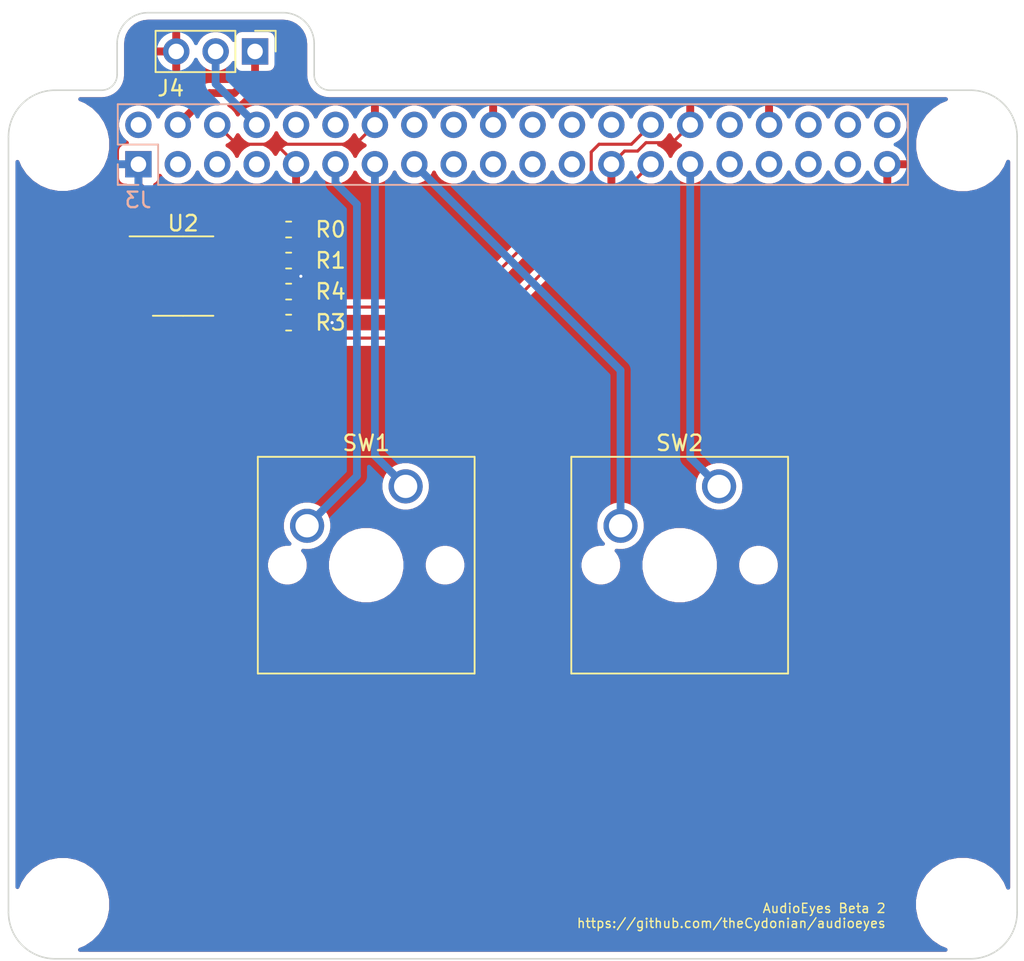
<source format=kicad_pcb>
(kicad_pcb (version 20171130) (host pcbnew "(5.1.5-0-10_14)")

  (general
    (thickness 1.6)
    (drawings 61)
    (tracks 59)
    (zones 0)
    (modules 13)
    (nets 34)
  )

  (page A4)
  (layers
    (0 F.Cu signal)
    (31 B.Cu signal)
    (32 B.Adhes user hide)
    (33 F.Adhes user hide)
    (34 B.Paste user hide)
    (35 F.Paste user)
    (36 B.SilkS user hide)
    (37 F.SilkS user hide)
    (38 B.Mask user hide)
    (39 F.Mask user hide)
    (40 Dwgs.User user hide)
    (41 Cmts.User user hide)
    (42 Eco1.User user hide)
    (43 Eco2.User user hide)
    (44 Edge.Cuts user hide)
    (45 Margin user hide)
    (46 B.CrtYd user hide)
    (47 F.CrtYd user hide)
    (48 B.Fab user hide)
    (49 F.Fab user hide)
  )

  (setup
    (last_trace_width 0.15)
    (user_trace_width 0.15)
    (user_trace_width 0.2)
    (user_trace_width 0.25)
    (user_trace_width 0.4)
    (user_trace_width 0.5)
    (user_trace_width 0.6)
    (user_trace_width 1)
    (user_trace_width 2)
    (trace_clearance 0.2)
    (zone_clearance 0.4)
    (zone_45_only no)
    (trace_min 0.15)
    (via_size 0.4)
    (via_drill 0.2)
    (via_min_size 0.4)
    (via_min_drill 0.2)
    (uvia_size 0.3)
    (uvia_drill 0.1)
    (uvias_allowed no)
    (uvia_min_size 0.2)
    (uvia_min_drill 0.1)
    (edge_width 0.15)
    (segment_width 0.15)
    (pcb_text_width 0.3)
    (pcb_text_size 1.5 1.5)
    (mod_edge_width 0.15)
    (mod_text_size 0.6 0.6)
    (mod_text_width 0.09)
    (pad_size 1.524 1.524)
    (pad_drill 0.762)
    (pad_to_mask_clearance 0.1)
    (aux_axis_origin 0 0)
    (visible_elements 7FFFFFFF)
    (pcbplotparams
      (layerselection 0x010f8_ffffffff)
      (usegerberextensions false)
      (usegerberattributes false)
      (usegerberadvancedattributes false)
      (creategerberjobfile false)
      (excludeedgelayer false)
      (linewidth 0.100000)
      (plotframeref false)
      (viasonmask false)
      (mode 1)
      (useauxorigin false)
      (hpglpennumber 1)
      (hpglpenspeed 20)
      (hpglpendiameter 15.000000)
      (psnegative false)
      (psa4output false)
      (plotreference true)
      (plotvalue false)
      (plotinvisibletext false)
      (padsonsilk true)
      (subtractmaskfromsilk false)
      (outputformat 1)
      (mirror false)
      (drillshape 0)
      (scaleselection 1)
      (outputdirectory "/Users/thecydonianosx/Downloads/PiUIHatV2_gerber/"))
  )

  (net 0 "")
  (net 1 GND)
  (net 2 /ID_SD_EEPROM)
  (net 3 /ID_SC_EEPROM)
  (net 4 /P3V3_HAT)
  (net 5 /P5V_HAT)
  (net 6 "Net-(J3-Pad10)")
  (net 7 "Net-(J3-Pad12)")
  (net 8 "Net-(J3-Pad17)")
  (net 9 "Net-(J3-Pad18)")
  (net 10 "Net-(J3-Pad19)")
  (net 11 "Net-(J3-Pad21)")
  (net 12 "Net-(J3-Pad22)")
  (net 13 "Net-(J3-Pad23)")
  (net 14 "Net-(J3-Pad24)")
  (net 15 "Net-(J3-Pad26)")
  (net 16 "Net-(J3-Pad31)")
  (net 17 "Net-(J3-Pad32)")
  (net 18 "Net-(J3-Pad35)")
  (net 19 "Net-(J3-Pad36)")
  (net 20 "Net-(J3-Pad37)")
  (net 21 "Net-(J3-Pad38)")
  (net 22 "Net-(J3-Pad40)")
  (net 23 in1)
  (net 24 in2)
  (net 25 out1)
  (net 26 out2)
  (net 27 "Net-(J3-Pad3)")
  (net 28 "Net-(J3-Pad5)")
  (net 29 "Net-(J3-Pad7)")
  (net 30 "Net-(J3-Pad16)")
  (net 31 "Net-(R0-Pad1)")
  (net 32 switch)
  (net 33 "Net-(J3-Pad33)")

  (net_class Default "This is the default net class."
    (clearance 0.2)
    (trace_width 0.15)
    (via_dia 0.4)
    (via_drill 0.2)
    (uvia_dia 0.3)
    (uvia_drill 0.1)
    (add_net /ID_SC_EEPROM)
    (add_net /ID_SD_EEPROM)
    (add_net /P3V3_HAT)
    (add_net /P5V_HAT)
    (add_net GND)
    (add_net "Net-(J3-Pad10)")
    (add_net "Net-(J3-Pad12)")
    (add_net "Net-(J3-Pad16)")
    (add_net "Net-(J3-Pad17)")
    (add_net "Net-(J3-Pad18)")
    (add_net "Net-(J3-Pad19)")
    (add_net "Net-(J3-Pad21)")
    (add_net "Net-(J3-Pad22)")
    (add_net "Net-(J3-Pad23)")
    (add_net "Net-(J3-Pad24)")
    (add_net "Net-(J3-Pad26)")
    (add_net "Net-(J3-Pad3)")
    (add_net "Net-(J3-Pad31)")
    (add_net "Net-(J3-Pad32)")
    (add_net "Net-(J3-Pad33)")
    (add_net "Net-(J3-Pad35)")
    (add_net "Net-(J3-Pad36)")
    (add_net "Net-(J3-Pad37)")
    (add_net "Net-(J3-Pad38)")
    (add_net "Net-(J3-Pad40)")
    (add_net "Net-(J3-Pad5)")
    (add_net "Net-(J3-Pad7)")
    (add_net "Net-(R0-Pad1)")
    (add_net in1)
    (add_net in2)
    (add_net out1)
    (add_net out2)
    (add_net switch)
  )

  (module MountingHole:MountingHole_2.7mm_M2.5_Pi (layer F.Cu) (tedit 60728D8F) (tstamp 6072F125)
    (at 82.04 64.31)
    (descr "Mounting Hole 2.7mm, no annular, M2.5")
    (tags "mounting hole 2.7mm no annular m2.5")
    (attr virtual)
    (fp_text reference REF** (at 0 -3.7) (layer F.SilkS) hide
      (effects (font (size 1 1) (thickness 0.15)))
    )
    (fp_text value MountingHole_2.7mm_M2.5_Pi (at 0 3.7) (layer F.Fab) hide
      (effects (font (size 1 1) (thickness 0.15)))
    )
    (fp_circle (center 0 0) (end 3 0) (layer F.CrtYd) (width 0.05))
    (fp_circle (center 0 0) (end 2.7 0) (layer Cmts.User) (width 0.15))
    (fp_text user %R (at 0.3 0) (layer F.Fab) hide
      (effects (font (size 1 1) (thickness 0.15)))
    )
    (pad "" np_thru_hole circle (at 0 0) (size 2.7 2.7) (drill 2.7) (layers *.Cu *.Mask)
      (solder_mask_margin 1.75) (clearance 1.65))
  )

  (module MountingHole:MountingHole_2.7mm_M2.5_Pi (layer F.Cu) (tedit 60728D8F) (tstamp 6072F01F)
    (at 82.04 113.32)
    (descr "Mounting Hole 2.7mm, no annular, M2.5")
    (tags "mounting hole 2.7mm no annular m2.5")
    (attr virtual)
    (fp_text reference REF** (at 0 -3.7) (layer F.SilkS) hide
      (effects (font (size 1 1) (thickness 0.15)))
    )
    (fp_text value MountingHole_2.7mm_M2.5_Pi (at 0 3.7) (layer F.Fab) hide
      (effects (font (size 1 1) (thickness 0.15)))
    )
    (fp_circle (center 0 0) (end 3 0) (layer F.CrtYd) (width 0.05))
    (fp_circle (center 0 0) (end 2.7 0) (layer Cmts.User) (width 0.15))
    (fp_text user %R (at 0.3 0) (layer F.Fab) hide
      (effects (font (size 1 1) (thickness 0.15)))
    )
    (pad "" np_thru_hole circle (at 0 0) (size 2.7 2.7) (drill 2.7) (layers *.Cu *.Mask)
      (solder_mask_margin 1.75) (clearance 1.65))
  )

  (module MountingHole:MountingHole_2.7mm_M2.5_Pi (layer F.Cu) (tedit 60728D8F) (tstamp 6072EFFB)
    (at 140.03 113.31)
    (descr "Mounting Hole 2.7mm, no annular, M2.5")
    (tags "mounting hole 2.7mm no annular m2.5")
    (attr virtual)
    (fp_text reference REF** (at 0 -3.7) (layer F.SilkS) hide
      (effects (font (size 1 1) (thickness 0.15)))
    )
    (fp_text value MountingHole_2.7mm_M2.5_Pi (at 0 3.7) (layer F.Fab) hide
      (effects (font (size 1 1) (thickness 0.15)))
    )
    (fp_circle (center 0 0) (end 3 0) (layer F.CrtYd) (width 0.05))
    (fp_circle (center 0 0) (end 2.7 0) (layer Cmts.User) (width 0.15))
    (fp_text user %R (at 0.3 0) (layer F.Fab) hide
      (effects (font (size 1 1) (thickness 0.15)))
    )
    (pad "" np_thru_hole circle (at 0 0) (size 2.7 2.7) (drill 2.7) (layers *.Cu *.Mask)
      (solder_mask_margin 1.75) (clearance 1.65))
  )

  (module MountingHole:MountingHole_2.7mm_M2.5_Pi (layer F.Cu) (tedit 60728D8F) (tstamp 6072D449)
    (at 140.04 64.33)
    (descr "Mounting Hole 2.7mm, no annular, M2.5")
    (tags "mounting hole 2.7mm no annular m2.5")
    (attr virtual)
    (fp_text reference REF** (at 0 -3.7) (layer F.SilkS) hide
      (effects (font (size 1 1) (thickness 0.15)))
    )
    (fp_text value MountingHole_2.7mm_M2.5_Pi (at 0 3.7) (layer F.Fab) hide
      (effects (font (size 1 1) (thickness 0.15)))
    )
    (fp_circle (center 0 0) (end 3 0) (layer F.CrtYd) (width 0.05))
    (fp_circle (center 0 0) (end 2.7 0) (layer Cmts.User) (width 0.15))
    (fp_text user %R (at 0.3 0) (layer F.Fab) hide
      (effects (font (size 1 1) (thickness 0.15)))
    )
    (pad "" np_thru_hole circle (at 0 0) (size 2.7 2.7) (drill 2.7) (layers *.Cu *.Mask)
      (solder_mask_margin 1.75) (clearance 1.65))
  )

  (module Package_SO:SOIC-8_3.9x4.9mm_P1.27mm (layer F.Cu) (tedit 5D9F72B1) (tstamp 6072AC21)
    (at 89.8 72.8)
    (descr "SOIC, 8 Pin (JEDEC MS-012AA, https://www.analog.com/media/en/package-pcb-resources/package/pkg_pdf/soic_narrow-r/r_8.pdf), generated with kicad-footprint-generator ipc_gullwing_generator.py")
    (tags "SOIC SO")
    (path /58E1713F)
    (attr smd)
    (fp_text reference U2 (at 0 -3.4) (layer F.SilkS)
      (effects (font (size 1 1) (thickness 0.15)))
    )
    (fp_text value CAT24C32 (at 0 3.4) (layer F.Fab)
      (effects (font (size 1 1) (thickness 0.15)))
    )
    (fp_text user %R (at 0 0) (layer F.Fab)
      (effects (font (size 0.98 0.98) (thickness 0.15)))
    )
    (fp_line (start 3.7 -2.7) (end -3.7 -2.7) (layer F.CrtYd) (width 0.05))
    (fp_line (start 3.7 2.7) (end 3.7 -2.7) (layer F.CrtYd) (width 0.05))
    (fp_line (start -3.7 2.7) (end 3.7 2.7) (layer F.CrtYd) (width 0.05))
    (fp_line (start -3.7 -2.7) (end -3.7 2.7) (layer F.CrtYd) (width 0.05))
    (fp_line (start -1.95 -1.475) (end -0.975 -2.45) (layer F.Fab) (width 0.1))
    (fp_line (start -1.95 2.45) (end -1.95 -1.475) (layer F.Fab) (width 0.1))
    (fp_line (start 1.95 2.45) (end -1.95 2.45) (layer F.Fab) (width 0.1))
    (fp_line (start 1.95 -2.45) (end 1.95 2.45) (layer F.Fab) (width 0.1))
    (fp_line (start -0.975 -2.45) (end 1.95 -2.45) (layer F.Fab) (width 0.1))
    (fp_line (start 0 -2.56) (end -3.45 -2.56) (layer F.SilkS) (width 0.12))
    (fp_line (start 0 -2.56) (end 1.95 -2.56) (layer F.SilkS) (width 0.12))
    (fp_line (start 0 2.56) (end -1.95 2.56) (layer F.SilkS) (width 0.12))
    (fp_line (start 0 2.56) (end 1.95 2.56) (layer F.SilkS) (width 0.12))
    (pad 8 smd roundrect (at 2.475 -1.905) (size 1.95 0.6) (layers F.Cu F.Paste F.Mask) (roundrect_rratio 0.25)
      (net 4 /P3V3_HAT))
    (pad 7 smd roundrect (at 2.475 -0.635) (size 1.95 0.6) (layers F.Cu F.Paste F.Mask) (roundrect_rratio 0.25)
      (net 31 "Net-(R0-Pad1)"))
    (pad 6 smd roundrect (at 2.475 0.635) (size 1.95 0.6) (layers F.Cu F.Paste F.Mask) (roundrect_rratio 0.25)
      (net 3 /ID_SC_EEPROM))
    (pad 5 smd roundrect (at 2.475 1.905) (size 1.95 0.6) (layers F.Cu F.Paste F.Mask) (roundrect_rratio 0.25)
      (net 2 /ID_SD_EEPROM))
    (pad 4 smd roundrect (at -2.475 1.905) (size 1.95 0.6) (layers F.Cu F.Paste F.Mask) (roundrect_rratio 0.25)
      (net 1 GND))
    (pad 3 smd roundrect (at -2.475 0.635) (size 1.95 0.6) (layers F.Cu F.Paste F.Mask) (roundrect_rratio 0.25)
      (net 1 GND))
    (pad 2 smd roundrect (at -2.475 -0.635) (size 1.95 0.6) (layers F.Cu F.Paste F.Mask) (roundrect_rratio 0.25)
      (net 1 GND))
    (pad 1 smd roundrect (at -2.475 -1.905) (size 1.95 0.6) (layers F.Cu F.Paste F.Mask) (roundrect_rratio 0.25)
      (net 1 GND))
    (model ${KISYS3DMOD}/Package_SO.3dshapes/SOIC-8_3.9x4.9mm_P1.27mm.wrl
      (at (xyz 0 0 0))
      (scale (xyz 1 1 1))
      (rotate (xyz 0 0 0))
    )
  )

  (module Resistor_SMD:R_0603_1608Metric (layer F.Cu) (tedit 5B301BBD) (tstamp 6072C920)
    (at 96.6 73.8 180)
    (descr "Resistor SMD 0603 (1608 Metric), square (rectangular) end terminal, IPC_7351 nominal, (Body size source: http://www.tortai-tech.com/upload/download/2011102023233369053.pdf), generated with kicad-footprint-generator")
    (tags resistor)
    (path /58E17720)
    (attr smd)
    (fp_text reference R4 (at -2.7 0) (layer F.SilkS)
      (effects (font (size 1 1) (thickness 0.15)))
    )
    (fp_text value 3.9K (at -3.3 0.1) (layer F.Fab)
      (effects (font (size 1 1) (thickness 0.15)))
    )
    (fp_text user %R (at 0 0) (layer F.Fab)
      (effects (font (size 0.4 0.4) (thickness 0.06)))
    )
    (fp_line (start 1.48 0.73) (end -1.48 0.73) (layer F.CrtYd) (width 0.05))
    (fp_line (start 1.48 -0.73) (end 1.48 0.73) (layer F.CrtYd) (width 0.05))
    (fp_line (start -1.48 -0.73) (end 1.48 -0.73) (layer F.CrtYd) (width 0.05))
    (fp_line (start -1.48 0.73) (end -1.48 -0.73) (layer F.CrtYd) (width 0.05))
    (fp_line (start -0.162779 0.51) (end 0.162779 0.51) (layer F.SilkS) (width 0.12))
    (fp_line (start -0.162779 -0.51) (end 0.162779 -0.51) (layer F.SilkS) (width 0.12))
    (fp_line (start 0.8 0.4) (end -0.8 0.4) (layer F.Fab) (width 0.1))
    (fp_line (start 0.8 -0.4) (end 0.8 0.4) (layer F.Fab) (width 0.1))
    (fp_line (start -0.8 -0.4) (end 0.8 -0.4) (layer F.Fab) (width 0.1))
    (fp_line (start -0.8 0.4) (end -0.8 -0.4) (layer F.Fab) (width 0.1))
    (pad 2 smd roundrect (at 0.7875 0 180) (size 0.875 0.95) (layers F.Cu F.Paste F.Mask) (roundrect_rratio 0.25)
      (net 3 /ID_SC_EEPROM))
    (pad 1 smd roundrect (at -0.7875 0 180) (size 0.875 0.95) (layers F.Cu F.Paste F.Mask) (roundrect_rratio 0.25)
      (net 4 /P3V3_HAT))
    (model ${KISYS3DMOD}/Resistor_SMD.3dshapes/R_0603_1608Metric.wrl
      (at (xyz 0 0 0))
      (scale (xyz 1 1 1))
      (rotate (xyz 0 0 0))
    )
  )

  (module Resistor_SMD:R_0603_1608Metric (layer F.Cu) (tedit 5B301BBD) (tstamp 6072B9EF)
    (at 96.6 75.8 180)
    (descr "Resistor SMD 0603 (1608 Metric), square (rectangular) end terminal, IPC_7351 nominal, (Body size source: http://www.tortai-tech.com/upload/download/2011102023233369053.pdf), generated with kicad-footprint-generator")
    (tags resistor)
    (path /58E17715)
    (attr smd)
    (fp_text reference R3 (at -2.7 0) (layer F.SilkS)
      (effects (font (size 1 1) (thickness 0.15)))
    )
    (fp_text value 3.9K (at -3.4 0) (layer F.Fab)
      (effects (font (size 1 1) (thickness 0.15)))
    )
    (fp_text user %R (at 0 0) (layer F.Fab)
      (effects (font (size 0.4 0.4) (thickness 0.06)))
    )
    (fp_line (start 1.48 0.73) (end -1.48 0.73) (layer F.CrtYd) (width 0.05))
    (fp_line (start 1.48 -0.73) (end 1.48 0.73) (layer F.CrtYd) (width 0.05))
    (fp_line (start -1.48 -0.73) (end 1.48 -0.73) (layer F.CrtYd) (width 0.05))
    (fp_line (start -1.48 0.73) (end -1.48 -0.73) (layer F.CrtYd) (width 0.05))
    (fp_line (start -0.162779 0.51) (end 0.162779 0.51) (layer F.SilkS) (width 0.12))
    (fp_line (start -0.162779 -0.51) (end 0.162779 -0.51) (layer F.SilkS) (width 0.12))
    (fp_line (start 0.8 0.4) (end -0.8 0.4) (layer F.Fab) (width 0.1))
    (fp_line (start 0.8 -0.4) (end 0.8 0.4) (layer F.Fab) (width 0.1))
    (fp_line (start -0.8 -0.4) (end 0.8 -0.4) (layer F.Fab) (width 0.1))
    (fp_line (start -0.8 0.4) (end -0.8 -0.4) (layer F.Fab) (width 0.1))
    (pad 2 smd roundrect (at 0.7875 0 180) (size 0.875 0.95) (layers F.Cu F.Paste F.Mask) (roundrect_rratio 0.25)
      (net 2 /ID_SD_EEPROM))
    (pad 1 smd roundrect (at -0.7875 0 180) (size 0.875 0.95) (layers F.Cu F.Paste F.Mask) (roundrect_rratio 0.25)
      (net 4 /P3V3_HAT))
    (model ${KISYS3DMOD}/Resistor_SMD.3dshapes/R_0603_1608Metric.wrl
      (at (xyz 0 0 0))
      (scale (xyz 1 1 1))
      (rotate (xyz 0 0 0))
    )
  )

  (module Resistor_SMD:R_0603_1608Metric (layer F.Cu) (tedit 5B301BBD) (tstamp 6072B81F)
    (at 96.6 71.8 180)
    (descr "Resistor SMD 0603 (1608 Metric), square (rectangular) end terminal, IPC_7351 nominal, (Body size source: http://www.tortai-tech.com/upload/download/2011102023233369053.pdf), generated with kicad-footprint-generator")
    (tags resistor)
    (path /58E19E51)
    (attr smd)
    (fp_text reference R1 (at -2.7 0) (layer F.SilkS)
      (effects (font (size 1 1) (thickness 0.15)))
    )
    (fp_text value 10K (at -3.2 0) (layer F.Fab)
      (effects (font (size 1 1) (thickness 0.15)))
    )
    (fp_text user %R (at 0 0) (layer F.Fab)
      (effects (font (size 0.4 0.4) (thickness 0.06)))
    )
    (fp_line (start 1.48 0.73) (end -1.48 0.73) (layer F.CrtYd) (width 0.05))
    (fp_line (start 1.48 -0.73) (end 1.48 0.73) (layer F.CrtYd) (width 0.05))
    (fp_line (start -1.48 -0.73) (end 1.48 -0.73) (layer F.CrtYd) (width 0.05))
    (fp_line (start -1.48 0.73) (end -1.48 -0.73) (layer F.CrtYd) (width 0.05))
    (fp_line (start -0.162779 0.51) (end 0.162779 0.51) (layer F.SilkS) (width 0.12))
    (fp_line (start -0.162779 -0.51) (end 0.162779 -0.51) (layer F.SilkS) (width 0.12))
    (fp_line (start 0.8 0.4) (end -0.8 0.4) (layer F.Fab) (width 0.1))
    (fp_line (start 0.8 -0.4) (end 0.8 0.4) (layer F.Fab) (width 0.1))
    (fp_line (start -0.8 -0.4) (end 0.8 -0.4) (layer F.Fab) (width 0.1))
    (fp_line (start -0.8 0.4) (end -0.8 -0.4) (layer F.Fab) (width 0.1))
    (pad 2 smd roundrect (at 0.7875 0 180) (size 0.875 0.95) (layers F.Cu F.Paste F.Mask) (roundrect_rratio 0.25)
      (net 31 "Net-(R0-Pad1)"))
    (pad 1 smd roundrect (at -0.7875 0 180) (size 0.875 0.95) (layers F.Cu F.Paste F.Mask) (roundrect_rratio 0.25)
      (net 4 /P3V3_HAT))
    (model ${KISYS3DMOD}/Resistor_SMD.3dshapes/R_0603_1608Metric.wrl
      (at (xyz 0 0 0))
      (scale (xyz 1 1 1))
      (rotate (xyz 0 0 0))
    )
  )

  (module Resistor_SMD:R_0603_1608Metric (layer F.Cu) (tedit 5B301BBD) (tstamp 6072C8AE)
    (at 96.6 69.8)
    (descr "Resistor SMD 0603 (1608 Metric), square (rectangular) end terminal, IPC_7351 nominal, (Body size source: http://www.tortai-tech.com/upload/download/2011102023233369053.pdf), generated with kicad-footprint-generator")
    (tags resistor)
    (path /58E22900)
    (attr smd)
    (fp_text reference R0 (at 2.7 0) (layer F.SilkS)
      (effects (font (size 1 1) (thickness 0.15)))
    )
    (fp_text value DNP (at 3.2 0) (layer F.Fab)
      (effects (font (size 1 1) (thickness 0.15)))
    )
    (fp_text user %R (at 0 0) (layer F.Fab)
      (effects (font (size 0.4 0.4) (thickness 0.06)))
    )
    (fp_line (start 1.48 0.73) (end -1.48 0.73) (layer F.CrtYd) (width 0.05))
    (fp_line (start 1.48 -0.73) (end 1.48 0.73) (layer F.CrtYd) (width 0.05))
    (fp_line (start -1.48 -0.73) (end 1.48 -0.73) (layer F.CrtYd) (width 0.05))
    (fp_line (start -1.48 0.73) (end -1.48 -0.73) (layer F.CrtYd) (width 0.05))
    (fp_line (start -0.162779 0.51) (end 0.162779 0.51) (layer F.SilkS) (width 0.12))
    (fp_line (start -0.162779 -0.51) (end 0.162779 -0.51) (layer F.SilkS) (width 0.12))
    (fp_line (start 0.8 0.4) (end -0.8 0.4) (layer F.Fab) (width 0.1))
    (fp_line (start 0.8 -0.4) (end 0.8 0.4) (layer F.Fab) (width 0.1))
    (fp_line (start -0.8 -0.4) (end 0.8 -0.4) (layer F.Fab) (width 0.1))
    (fp_line (start -0.8 0.4) (end -0.8 -0.4) (layer F.Fab) (width 0.1))
    (pad 2 smd roundrect (at 0.7875 0) (size 0.875 0.95) (layers F.Cu F.Paste F.Mask) (roundrect_rratio 0.25)
      (net 1 GND))
    (pad 1 smd roundrect (at -0.7875 0) (size 0.875 0.95) (layers F.Cu F.Paste F.Mask) (roundrect_rratio 0.25)
      (net 31 "Net-(R0-Pad1)"))
    (model ${KISYS3DMOD}/Resistor_SMD.3dshapes/R_0603_1608Metric.wrl
      (at (xyz 0 0 0))
      (scale (xyz 1 1 1))
      (rotate (xyz 0 0 0))
    )
  )

  (module Connector_PinHeader_2.54mm:PinHeader_1x03_P2.54mm_Vertical (layer F.Cu) (tedit 59FED5CC) (tstamp 6072FD48)
    (at 94.436356 58.317611 270)
    (descr "Through hole straight pin header, 1x03, 2.54mm pitch, single row")
    (tags "Through hole pin header THT 1x03 2.54mm single row")
    (path /60381157)
    (fp_text reference J4 (at 2.382389 5.436356 180) (layer F.SilkS)
      (effects (font (size 1 1) (thickness 0.15)))
    )
    (fp_text value 3pin (at 2.482389 5.036356 180) (layer F.SilkS) hide
      (effects (font (size 1 1) (thickness 0.15)))
    )
    (fp_text user %R (at 0 2.54) (layer F.Fab)
      (effects (font (size 1 1) (thickness 0.15)))
    )
    (fp_line (start 1.8 -1.8) (end -1.8 -1.8) (layer F.CrtYd) (width 0.05))
    (fp_line (start 1.8 6.85) (end 1.8 -1.8) (layer F.CrtYd) (width 0.05))
    (fp_line (start -1.8 6.85) (end 1.8 6.85) (layer F.CrtYd) (width 0.05))
    (fp_line (start -1.8 -1.8) (end -1.8 6.85) (layer F.CrtYd) (width 0.05))
    (fp_line (start -1.33 -1.33) (end 0 -1.33) (layer F.SilkS) (width 0.12))
    (fp_line (start -1.33 0) (end -1.33 -1.33) (layer F.SilkS) (width 0.12))
    (fp_line (start -1.33 1.27) (end 1.33 1.27) (layer F.SilkS) (width 0.12))
    (fp_line (start 1.33 1.27) (end 1.33 6.41) (layer F.SilkS) (width 0.12))
    (fp_line (start -1.33 1.27) (end -1.33 6.41) (layer F.SilkS) (width 0.12))
    (fp_line (start -1.33 6.41) (end 1.33 6.41) (layer F.SilkS) (width 0.12))
    (fp_line (start -1.27 -0.635) (end -0.635 -1.27) (layer F.Fab) (width 0.1))
    (fp_line (start -1.27 6.35) (end -1.27 -0.635) (layer F.Fab) (width 0.1))
    (fp_line (start 1.27 6.35) (end -1.27 6.35) (layer F.Fab) (width 0.1))
    (fp_line (start 1.27 -1.27) (end 1.27 6.35) (layer F.Fab) (width 0.1))
    (fp_line (start -0.635 -1.27) (end 1.27 -1.27) (layer F.Fab) (width 0.1))
    (fp_text user * (at 5 0 90) (layer F.SilkS) hide
      (effects (font (size 1 1) (thickness 0.15)))
    )
    (fp_text user "Copyright 2016 Accelerated Designs. All rights reserved." (at 0 0 90) (layer Cmts.User)
      (effects (font (size 0.127 0.127) (thickness 0.002)))
    )
    (pad 3 thru_hole oval (at 0 5.08 270) (size 1.7 1.7) (drill 1) (layers *.Cu *.Mask)
      (net 1 GND))
    (pad 2 thru_hole oval (at 0 2.54 270) (size 1.7 1.7) (drill 1) (layers *.Cu *.Mask)
      (net 32 switch))
    (pad 1 thru_hole rect (at 0 0 270) (size 1.7 1.7) (drill 1) (layers *.Cu *.Mask)
      (net 5 /P5V_HAT))
    (model ${KISYS3DMOD}/Connector_PinHeader_2.54mm.3dshapes/PinHeader_1x03_P2.54mm_Vertical.wrl
      (at (xyz 0 0 0))
      (scale (xyz 1 1 1))
      (rotate (xyz 0 0 0))
    )
  )

  (module CHERRY:SW_Cherry_MX_1.00u_PCB (layer F.Cu) (tedit 5A02FE24) (tstamp 60726F81)
    (at 104.14 86.36)
    (descr "Cherry MX keyswitch, 1.00u, PCB mount, http://cherryamericas.com/wp-content/uploads/2014/12/mx_cat.pdf")
    (tags "Cherry MX keyswitch 1.00u PCB")
    (path /603F88F2)
    (fp_text reference SW1 (at -2.54 -2.794) (layer F.SilkS)
      (effects (font (size 1 1) (thickness 0.15)))
    )
    (fp_text value SW_Push (at -2.54 12.954) (layer F.Fab)
      (effects (font (size 1 1) (thickness 0.15)))
    )
    (fp_line (start -9.525 12.065) (end -9.525 -1.905) (layer F.SilkS) (width 0.12))
    (fp_line (start 4.445 12.065) (end -9.525 12.065) (layer F.SilkS) (width 0.12))
    (fp_line (start 4.445 -1.905) (end 4.445 12.065) (layer F.SilkS) (width 0.12))
    (fp_line (start -9.525 -1.905) (end 4.445 -1.905) (layer F.SilkS) (width 0.12))
    (fp_line (start -12.065 14.605) (end -12.065 -4.445) (layer Dwgs.User) (width 0.15))
    (fp_line (start 6.985 14.605) (end -12.065 14.605) (layer Dwgs.User) (width 0.15))
    (fp_line (start 6.985 -4.445) (end 6.985 14.605) (layer Dwgs.User) (width 0.15))
    (fp_line (start -12.065 -4.445) (end 6.985 -4.445) (layer Dwgs.User) (width 0.15))
    (fp_line (start -9.14 -1.52) (end 4.06 -1.52) (layer F.CrtYd) (width 0.05))
    (fp_line (start 4.06 -1.52) (end 4.06 11.68) (layer F.CrtYd) (width 0.05))
    (fp_line (start 4.06 11.68) (end -9.14 11.68) (layer F.CrtYd) (width 0.05))
    (fp_line (start -9.14 11.68) (end -9.14 -1.52) (layer F.CrtYd) (width 0.05))
    (fp_line (start -8.89 11.43) (end -8.89 -1.27) (layer F.Fab) (width 0.1))
    (fp_line (start 3.81 11.43) (end -8.89 11.43) (layer F.Fab) (width 0.1))
    (fp_line (start 3.81 -1.27) (end 3.81 11.43) (layer F.Fab) (width 0.1))
    (fp_line (start -8.89 -1.27) (end 3.81 -1.27) (layer F.Fab) (width 0.1))
    (fp_text user %R (at -2.54 -2.794) (layer F.Fab)
      (effects (font (size 1 1) (thickness 0.15)))
    )
    (pad "" np_thru_hole circle (at 2.54 5.08) (size 1.7 1.7) (drill 1.7) (layers *.Cu *.Mask))
    (pad "" np_thru_hole circle (at -7.62 5.08) (size 1.7 1.7) (drill 1.7) (layers *.Cu *.Mask))
    (pad "" np_thru_hole circle (at -2.54 5.08) (size 4 4) (drill 4) (layers *.Cu *.Mask))
    (pad 2 thru_hole circle (at -6.35 2.54) (size 2.2 2.2) (drill 1.5) (layers *.Cu *.Mask)
      (net 25 out1))
    (pad 1 thru_hole circle (at 0 0) (size 2.2 2.2) (drill 1.5) (layers *.Cu *.Mask)
      (net 23 in1))
    (model ${KISYS3DMOD}/Button_Switch_Keyboard.3dshapes/SW_Cherry_MX_1.00u_PCB.wrl
      (at (xyz 0 0 0))
      (scale (xyz 1 1 1))
      (rotate (xyz 0 0 0))
    )
  )

  (module CHERRY:SW_Cherry_MX_1.00u_PCB (layer F.Cu) (tedit 5A02FE24) (tstamp 60726FCC)
    (at 124.34 86.36)
    (descr "Cherry MX keyswitch, 1.00u, PCB mount, http://cherryamericas.com/wp-content/uploads/2014/12/mx_cat.pdf")
    (tags "Cherry MX keyswitch 1.00u PCB")
    (path /603FFBA2)
    (fp_text reference SW2 (at -2.54 -2.794) (layer F.SilkS)
      (effects (font (size 1 1) (thickness 0.15)))
    )
    (fp_text value SW_Push (at -2.54 12.954) (layer F.Fab)
      (effects (font (size 1 1) (thickness 0.15)))
    )
    (fp_line (start -9.525 12.065) (end -9.525 -1.905) (layer F.SilkS) (width 0.12))
    (fp_line (start 4.445 12.065) (end -9.525 12.065) (layer F.SilkS) (width 0.12))
    (fp_line (start 4.445 -1.905) (end 4.445 12.065) (layer F.SilkS) (width 0.12))
    (fp_line (start -9.525 -1.905) (end 4.445 -1.905) (layer F.SilkS) (width 0.12))
    (fp_line (start -12.065 14.605) (end -12.065 -4.445) (layer Dwgs.User) (width 0.15))
    (fp_line (start 6.985 14.605) (end -12.065 14.605) (layer Dwgs.User) (width 0.15))
    (fp_line (start 6.985 -4.445) (end 6.985 14.605) (layer Dwgs.User) (width 0.15))
    (fp_line (start -12.065 -4.445) (end 6.985 -4.445) (layer Dwgs.User) (width 0.15))
    (fp_line (start -9.14 -1.52) (end 4.06 -1.52) (layer F.CrtYd) (width 0.05))
    (fp_line (start 4.06 -1.52) (end 4.06 11.68) (layer F.CrtYd) (width 0.05))
    (fp_line (start 4.06 11.68) (end -9.14 11.68) (layer F.CrtYd) (width 0.05))
    (fp_line (start -9.14 11.68) (end -9.14 -1.52) (layer F.CrtYd) (width 0.05))
    (fp_line (start -8.89 11.43) (end -8.89 -1.27) (layer F.Fab) (width 0.1))
    (fp_line (start 3.81 11.43) (end -8.89 11.43) (layer F.Fab) (width 0.1))
    (fp_line (start 3.81 -1.27) (end 3.81 11.43) (layer F.Fab) (width 0.1))
    (fp_line (start -8.89 -1.27) (end 3.81 -1.27) (layer F.Fab) (width 0.1))
    (fp_text user %R (at -2.54 -2.794) (layer F.Fab)
      (effects (font (size 1 1) (thickness 0.15)))
    )
    (pad "" np_thru_hole circle (at 2.54 5.08) (size 1.7 1.7) (drill 1.7) (layers *.Cu *.Mask))
    (pad "" np_thru_hole circle (at -7.62 5.08) (size 1.7 1.7) (drill 1.7) (layers *.Cu *.Mask))
    (pad "" np_thru_hole circle (at -2.54 5.08) (size 4 4) (drill 4) (layers *.Cu *.Mask))
    (pad 2 thru_hole circle (at -6.35 2.54) (size 2.2 2.2) (drill 1.5) (layers *.Cu *.Mask)
      (net 26 out2))
    (pad 1 thru_hole circle (at 0 0) (size 2.2 2.2) (drill 1.5) (layers *.Cu *.Mask)
      (net 24 in2))
    (model ${KISYS3DMOD}/Button_Switch_Keyboard.3dshapes/SW_Cherry_MX_1.00u_PCB.wrl
      (at (xyz 0 0 0))
      (scale (xyz 1 1 1))
      (rotate (xyz 0 0 0))
    )
  )

  (module Connector_PinSocket_2.54mm:PinSocket_2x20_P2.54mm_Vertical locked (layer B.Cu) (tedit 5A19A433) (tstamp 5A78A50E)
    (at 86.92 65.59 270)
    (descr "Through hole straight socket strip, 2x20, 2.54mm pitch, double cols (from Kicad 4.0.7), script generated")
    (tags "Through hole socket strip THT 2x20 2.54mm double row")
    (path /58DFC771)
    (fp_text reference J3 (at 2.31 0.02) (layer B.SilkS)
      (effects (font (size 1 1) (thickness 0.15)) (justify mirror))
    )
    (fp_text value 40HAT (at -1.27 -51.03 270) (layer B.Fab)
      (effects (font (size 0.6 0.6) (thickness 0.09)) (justify mirror))
    )
    (fp_line (start -3.81 1.27) (end 0.27 1.27) (layer B.Fab) (width 0.1))
    (fp_line (start 0.27 1.27) (end 1.27 0.27) (layer B.Fab) (width 0.1))
    (fp_line (start 1.27 0.27) (end 1.27 -49.53) (layer B.Fab) (width 0.1))
    (fp_line (start 1.27 -49.53) (end -3.81 -49.53) (layer B.Fab) (width 0.1))
    (fp_line (start -3.81 -49.53) (end -3.81 1.27) (layer B.Fab) (width 0.1))
    (fp_line (start -3.87 1.33) (end -1.27 1.33) (layer B.SilkS) (width 0.12))
    (fp_line (start -3.87 1.33) (end -3.87 -49.59) (layer B.SilkS) (width 0.12))
    (fp_line (start -3.87 -49.59) (end 1.33 -49.59) (layer B.SilkS) (width 0.12))
    (fp_line (start 1.33 -1.27) (end 1.33 -49.59) (layer B.SilkS) (width 0.12))
    (fp_line (start -1.27 -1.27) (end 1.33 -1.27) (layer B.SilkS) (width 0.12))
    (fp_line (start -1.27 1.33) (end -1.27 -1.27) (layer B.SilkS) (width 0.12))
    (fp_line (start 1.33 1.33) (end 1.33 0) (layer B.SilkS) (width 0.12))
    (fp_line (start 0 1.33) (end 1.33 1.33) (layer B.SilkS) (width 0.12))
    (fp_line (start -4.34 1.8) (end 1.76 1.8) (layer B.CrtYd) (width 0.05))
    (fp_line (start 1.76 1.8) (end 1.76 -50) (layer B.CrtYd) (width 0.05))
    (fp_line (start 1.76 -50) (end -4.34 -50) (layer B.CrtYd) (width 0.05))
    (fp_line (start -4.34 -50) (end -4.34 1.8) (layer B.CrtYd) (width 0.05))
    (fp_text user %R (at -1.27 -24.13 180) (layer B.Fab)
      (effects (font (size 1 1) (thickness 0.15)) (justify mirror))
    )
    (pad 1 thru_hole rect (at 0 0 270) (size 1.7 1.7) (drill 1) (layers *.Cu *.Mask)
      (net 4 /P3V3_HAT))
    (pad 2 thru_hole oval (at -2.54 0 270) (size 1.7 1.7) (drill 1) (layers *.Cu *.Mask)
      (net 5 /P5V_HAT))
    (pad 3 thru_hole oval (at 0 -2.54 270) (size 1.7 1.7) (drill 1) (layers *.Cu *.Mask)
      (net 27 "Net-(J3-Pad3)"))
    (pad 4 thru_hole oval (at -2.54 -2.54 270) (size 1.7 1.7) (drill 1) (layers *.Cu *.Mask)
      (net 5 /P5V_HAT))
    (pad 5 thru_hole oval (at 0 -5.08 270) (size 1.7 1.7) (drill 1) (layers *.Cu *.Mask)
      (net 28 "Net-(J3-Pad5)"))
    (pad 6 thru_hole oval (at -2.54 -5.08 270) (size 1.7 1.7) (drill 1) (layers *.Cu *.Mask)
      (net 1 GND))
    (pad 7 thru_hole oval (at 0 -7.62 270) (size 1.7 1.7) (drill 1) (layers *.Cu *.Mask)
      (net 29 "Net-(J3-Pad7)"))
    (pad 8 thru_hole oval (at -2.54 -7.62 270) (size 1.7 1.7) (drill 1) (layers *.Cu *.Mask)
      (net 32 switch))
    (pad 9 thru_hole oval (at 0 -10.16 270) (size 1.7 1.7) (drill 1) (layers *.Cu *.Mask)
      (net 1 GND))
    (pad 10 thru_hole oval (at -2.54 -10.16 270) (size 1.7 1.7) (drill 1) (layers *.Cu *.Mask)
      (net 6 "Net-(J3-Pad10)"))
    (pad 11 thru_hole oval (at 0 -12.7 270) (size 1.7 1.7) (drill 1) (layers *.Cu *.Mask)
      (net 25 out1))
    (pad 12 thru_hole oval (at -2.54 -12.7 270) (size 1.7 1.7) (drill 1) (layers *.Cu *.Mask)
      (net 7 "Net-(J3-Pad12)"))
    (pad 13 thru_hole oval (at 0 -15.24 270) (size 1.7 1.7) (drill 1) (layers *.Cu *.Mask)
      (net 23 in1))
    (pad 14 thru_hole oval (at -2.54 -15.24 270) (size 1.7 1.7) (drill 1) (layers *.Cu *.Mask)
      (net 1 GND))
    (pad 15 thru_hole oval (at 0 -17.78 270) (size 1.7 1.7) (drill 1) (layers *.Cu *.Mask)
      (net 26 out2))
    (pad 16 thru_hole oval (at -2.54 -17.78 270) (size 1.7 1.7) (drill 1) (layers *.Cu *.Mask)
      (net 30 "Net-(J3-Pad16)"))
    (pad 17 thru_hole oval (at 0 -20.32 270) (size 1.7 1.7) (drill 1) (layers *.Cu *.Mask)
      (net 8 "Net-(J3-Pad17)"))
    (pad 18 thru_hole oval (at -2.54 -20.32 270) (size 1.7 1.7) (drill 1) (layers *.Cu *.Mask)
      (net 9 "Net-(J3-Pad18)"))
    (pad 19 thru_hole oval (at 0 -22.86 270) (size 1.7 1.7) (drill 1) (layers *.Cu *.Mask)
      (net 10 "Net-(J3-Pad19)"))
    (pad 20 thru_hole oval (at -2.54 -22.86 270) (size 1.7 1.7) (drill 1) (layers *.Cu *.Mask)
      (net 1 GND))
    (pad 21 thru_hole oval (at 0 -25.4 270) (size 1.7 1.7) (drill 1) (layers *.Cu *.Mask)
      (net 11 "Net-(J3-Pad21)"))
    (pad 22 thru_hole oval (at -2.54 -25.4 270) (size 1.7 1.7) (drill 1) (layers *.Cu *.Mask)
      (net 12 "Net-(J3-Pad22)"))
    (pad 23 thru_hole oval (at 0 -27.94 270) (size 1.7 1.7) (drill 1) (layers *.Cu *.Mask)
      (net 13 "Net-(J3-Pad23)"))
    (pad 24 thru_hole oval (at -2.54 -27.94 270) (size 1.7 1.7) (drill 1) (layers *.Cu *.Mask)
      (net 14 "Net-(J3-Pad24)"))
    (pad 25 thru_hole oval (at 0 -30.48 270) (size 1.7 1.7) (drill 1) (layers *.Cu *.Mask)
      (net 1 GND))
    (pad 26 thru_hole oval (at -2.54 -30.48 270) (size 1.7 1.7) (drill 1) (layers *.Cu *.Mask)
      (net 15 "Net-(J3-Pad26)"))
    (pad 27 thru_hole oval (at 0 -33.02 270) (size 1.7 1.7) (drill 1) (layers *.Cu *.Mask)
      (net 2 /ID_SD_EEPROM))
    (pad 28 thru_hole oval (at -2.54 -33.02 270) (size 1.7 1.7) (drill 1) (layers *.Cu *.Mask)
      (net 3 /ID_SC_EEPROM))
    (pad 29 thru_hole oval (at 0 -35.56 270) (size 1.7 1.7) (drill 1) (layers *.Cu *.Mask)
      (net 24 in2))
    (pad 30 thru_hole oval (at -2.54 -35.56 270) (size 1.7 1.7) (drill 1) (layers *.Cu *.Mask)
      (net 1 GND))
    (pad 31 thru_hole oval (at 0 -38.1 270) (size 1.7 1.7) (drill 1) (layers *.Cu *.Mask)
      (net 16 "Net-(J3-Pad31)"))
    (pad 32 thru_hole oval (at -2.54 -38.1 270) (size 1.7 1.7) (drill 1) (layers *.Cu *.Mask)
      (net 17 "Net-(J3-Pad32)"))
    (pad 33 thru_hole oval (at 0 -40.64 270) (size 1.7 1.7) (drill 1) (layers *.Cu *.Mask)
      (net 33 "Net-(J3-Pad33)"))
    (pad 34 thru_hole oval (at -2.54 -40.64 270) (size 1.7 1.7) (drill 1) (layers *.Cu *.Mask)
      (net 1 GND))
    (pad 35 thru_hole oval (at 0 -43.18 270) (size 1.7 1.7) (drill 1) (layers *.Cu *.Mask)
      (net 18 "Net-(J3-Pad35)"))
    (pad 36 thru_hole oval (at -2.54 -43.18 270) (size 1.7 1.7) (drill 1) (layers *.Cu *.Mask)
      (net 19 "Net-(J3-Pad36)"))
    (pad 37 thru_hole oval (at 0 -45.72 270) (size 1.7 1.7) (drill 1) (layers *.Cu *.Mask)
      (net 20 "Net-(J3-Pad37)"))
    (pad 38 thru_hole oval (at -2.54 -45.72 270) (size 1.7 1.7) (drill 1) (layers *.Cu *.Mask)
      (net 21 "Net-(J3-Pad38)"))
    (pad 39 thru_hole oval (at 0 -48.26 270) (size 1.7 1.7) (drill 1) (layers *.Cu *.Mask)
      (net 1 GND))
    (pad 40 thru_hole oval (at -2.54 -48.26 270) (size 1.7 1.7) (drill 1) (layers *.Cu *.Mask)
      (net 22 "Net-(J3-Pad40)"))
    (model ${KISYS3DMOD}/Connector_PinSocket_2.54mm.3dshapes/PinSocket_2x20_P2.54mm_Vertical.wrl
      (at (xyz 0 0 0))
      (scale (xyz 1 1 1))
      (rotate (xyz 0 0 0))
    )
  )

  (gr_line (start 85.546356 59.817611) (end 85.546356 57.817611) (layer Edge.Cuts) (width 0.1) (tstamp 60723B29))
  (gr_line (start 87.546356 55.817611) (end 96.246356 55.817611) (layer Edge.Cuts) (width 0.1) (tstamp 60723B20))
  (gr_line (start 98.246356 57.817611) (end 98.246356 59.817611) (layer Edge.Cuts) (width 0.1) (tstamp 60723B23))
  (gr_line (start 81.546356 60.817611) (end 84.546356 60.817611) (layer Edge.Cuts) (width 0.1) (tstamp 60723B26))
  (gr_arc (start 87.546356 57.817611) (end 85.546356 57.817611) (angle 90) (layer Edge.Cuts) (width 0.1) (tstamp 60723B1D))
  (gr_arc (start 84.546356 59.817611) (end 85.546356 59.817611) (angle 90) (layer Edge.Cuts) (width 0.1) (tstamp 60723B2C))
  (gr_arc (start 96.246356 57.817611) (end 96.246356 55.817611) (angle 90) (layer Edge.Cuts) (width 0.1) (tstamp 60723B1A))
  (gr_arc (start 99.246356 59.817611) (end 99.246356 60.817611) (angle 90) (layer Edge.Cuts) (width 0.1) (tstamp 60723B17))
  (gr_text "AudioEyes Beta 2\nhttps://github.com/theCydonian/audioeyes" (at 135.128 114.046) (layer F.SilkS)
    (effects (font (size 0.6 0.6) (thickness 0.09)) (justify right))
  )
  (gr_line (start 78.546356 63.817611) (end 78.546356 113.817611) (layer Edge.Cuts) (width 0.1))
  (gr_arc (start 81.546356 63.817611) (end 81.546356 60.817611) (angle -90) (layer Edge.Cuts) (width 0.1))
  (gr_line (start 140.546356 60.817611) (end 99.246356 60.817611) (layer Edge.Cuts) (width 0.1))
  (gr_arc (start 140.546356 63.817611) (end 143.546356 63.817611) (angle -90) (layer Edge.Cuts) (width 0.1))
  (gr_line (start 143.546351 113.822847) (end 143.546356 63.817611) (layer Edge.Cuts) (width 0.1))
  (gr_circle (center 86.916356 63.047611) (end 87.416356 63.047611) (layer Dwgs.User) (width 0.1))
  (gr_circle (center 135.176356 63.047611) (end 135.676356 63.047611) (layer Dwgs.User) (width 0.1))
  (gr_circle (center 132.636356 63.047611) (end 133.136356 63.047611) (layer Dwgs.User) (width 0.1))
  (gr_circle (center 130.096356 63.047611) (end 130.596356 63.047611) (layer Dwgs.User) (width 0.1))
  (gr_circle (center 127.556356 63.047611) (end 128.056356 63.047611) (layer Dwgs.User) (width 0.1))
  (gr_circle (center 125.016356 63.047611) (end 125.516356 63.047611) (layer Dwgs.User) (width 0.1))
  (gr_circle (center 122.476356 63.047611) (end 122.976356 63.047611) (layer Dwgs.User) (width 0.1))
  (gr_circle (center 119.936356 63.047611) (end 120.436356 63.047611) (layer Dwgs.User) (width 0.1))
  (gr_circle (center 117.396356 63.047611) (end 117.896356 63.047611) (layer Dwgs.User) (width 0.1))
  (gr_circle (center 114.856356 63.047611) (end 115.356356 63.047611) (layer Dwgs.User) (width 0.1))
  (gr_circle (center 112.316356 63.047611) (end 112.816356 63.047611) (layer Dwgs.User) (width 0.1))
  (gr_circle (center 109.776356 63.047611) (end 110.276356 63.047611) (layer Dwgs.User) (width 0.1))
  (gr_circle (center 107.236356 63.047611) (end 107.736356 63.047611) (layer Dwgs.User) (width 0.1))
  (gr_circle (center 104.696356 63.047611) (end 105.196356 63.047611) (layer Dwgs.User) (width 0.1))
  (gr_circle (center 102.156356 63.047611) (end 102.656356 63.047611) (layer Dwgs.User) (width 0.1))
  (gr_circle (center 99.616356 63.047611) (end 100.116356 63.047611) (layer Dwgs.User) (width 0.1))
  (gr_circle (center 97.076356 63.047611) (end 97.576356 63.047611) (layer Dwgs.User) (width 0.1))
  (gr_circle (center 94.536356 63.047611) (end 95.036356 63.047611) (layer Dwgs.User) (width 0.1))
  (gr_circle (center 91.996356 63.047611) (end 92.496356 63.047611) (layer Dwgs.User) (width 0.1))
  (gr_circle (center 89.456356 63.047611) (end 89.956356 63.047611) (layer Dwgs.User) (width 0.1))
  (gr_circle (center 135.176356 65.587611) (end 135.676356 65.587611) (layer Dwgs.User) (width 0.1))
  (gr_circle (center 132.636356 65.587611) (end 133.136356 65.587611) (layer Dwgs.User) (width 0.1))
  (gr_circle (center 130.096356 65.587611) (end 130.596356 65.587611) (layer Dwgs.User) (width 0.1))
  (gr_circle (center 127.556356 65.587611) (end 128.056356 65.587611) (layer Dwgs.User) (width 0.1))
  (gr_circle (center 125.016356 65.587611) (end 125.516356 65.587611) (layer Dwgs.User) (width 0.1))
  (gr_circle (center 122.476356 65.587611) (end 122.976356 65.587611) (layer Dwgs.User) (width 0.1))
  (gr_circle (center 119.936356 65.587611) (end 120.436356 65.587611) (layer Dwgs.User) (width 0.1))
  (gr_circle (center 117.396356 65.587611) (end 117.896356 65.587611) (layer Dwgs.User) (width 0.1))
  (gr_circle (center 114.856356 65.587611) (end 115.356356 65.587611) (layer Dwgs.User) (width 0.1))
  (gr_circle (center 112.316356 65.587611) (end 112.816356 65.587611) (layer Dwgs.User) (width 0.1))
  (gr_circle (center 109.776356 65.587611) (end 110.276356 65.587611) (layer Dwgs.User) (width 0.1))
  (gr_circle (center 107.236356 65.587611) (end 107.736356 65.587611) (layer Dwgs.User) (width 0.1))
  (gr_circle (center 104.696356 65.587611) (end 105.196356 65.587611) (layer Dwgs.User) (width 0.1))
  (gr_circle (center 102.156356 65.587611) (end 102.656356 65.587611) (layer Dwgs.User) (width 0.1))
  (gr_circle (center 99.616356 65.587611) (end 100.116356 65.587611) (layer Dwgs.User) (width 0.1))
  (gr_circle (center 97.076356 65.587611) (end 97.576356 65.587611) (layer Dwgs.User) (width 0.1))
  (gr_circle (center 94.536356 65.587611) (end 95.036356 65.587611) (layer Dwgs.User) (width 0.1))
  (gr_circle (center 91.996356 65.587611) (end 92.496356 65.587611) (layer Dwgs.User) (width 0.1))
  (gr_circle (center 89.456356 65.587611) (end 89.956356 65.587611) (layer Dwgs.User) (width 0.1))
  (gr_circle (center 86.916356 65.587611) (end 87.416356 65.587611) (layer Dwgs.User) (width 0.1))
  (gr_circle (center 140.046356 113.317611) (end 141.421356 113.317611) (layer Dwgs.User) (width 0.1))
  (gr_circle (center 140.046356 64.317611) (end 141.421356 64.317611) (layer Dwgs.User) (width 0.1))
  (gr_circle (center 82.046356 64.317611) (end 83.421356 64.317611) (layer Dwgs.User) (width 0.1))
  (gr_circle (center 82.046356 113.317611) (end 83.421356 113.317611) (layer Dwgs.User) (width 0.1))
  (gr_arc (start 81.546356 113.817611) (end 78.546356 113.817611) (angle -90) (layer Edge.Cuts) (width 0.1))
  (gr_line (start 81.546356 116.817611) (end 140.546356 116.817611) (layer Edge.Cuts) (width 0.1))
  (gr_arc (start 140.546356 113.817611) (end 140.546356 116.817611) (angle -89.9) (layer Edge.Cuts) (width 0.1))

  (segment (start 92 63.05) (end 93.25 64.3) (width 0.2) (layer F.Cu) (net 1))
  (segment (start 95.79 64.3) (end 97.08 65.59) (width 0.2) (layer F.Cu) (net 1))
  (segment (start 93.25 64.3) (end 95.79 64.3) (width 0.2) (layer F.Cu) (net 1))
  (segment (start 100.91 64.3) (end 102.16 63.05) (width 0.2) (layer F.Cu) (net 1))
  (segment (start 95.79 64.3) (end 100.91 64.3) (width 0.2) (layer F.Cu) (net 1))
  (segment (start 121.329999 64.200001) (end 121.630001 63.899999) (width 0.2) (layer F.Cu) (net 1))
  (segment (start 119.627997 64.200001) (end 121.329999 64.200001) (width 0.2) (layer F.Cu) (net 1))
  (segment (start 121.630001 63.899999) (end 122.48 63.05) (width 0.2) (layer F.Cu) (net 1))
  (segment (start 119.087997 64.740001) (end 119.627997 64.200001) (width 0.2) (layer F.Cu) (net 1))
  (segment (start 118.249999 64.740001) (end 119.087997 64.740001) (width 0.2) (layer F.Cu) (net 1))
  (segment (start 117.4 65.59) (end 118.249999 64.740001) (width 0.2) (layer F.Cu) (net 1))
  (segment (start 93.37 75.8) (end 92.275 74.705) (width 0.2) (layer F.Cu) (net 2))
  (segment (start 95.8125 75.8) (end 93.37 75.8) (width 0.2) (layer F.Cu) (net 2))
  (segment (start 108.73 76.8) (end 119.94 65.59) (width 0.2) (layer F.Cu) (net 2))
  (segment (start 96.3375 76.8) (end 108.73 76.8) (width 0.2) (layer F.Cu) (net 2))
  (segment (start 95.8125 76.275) (end 96.3375 76.8) (width 0.2) (layer F.Cu) (net 2))
  (segment (start 95.8125 75.8) (end 95.8125 76.275) (width 0.2) (layer F.Cu) (net 2))
  (segment (start 95.8125 73.8) (end 94.6 73.8) (width 0.2) (layer F.Cu) (net 3))
  (segment (start 94.235 73.435) (end 92.275 73.435) (width 0.2) (layer F.Cu) (net 3))
  (segment (start 94.6 73.8) (end 94.235 73.435) (width 0.2) (layer F.Cu) (net 3))
  (segment (start 118.69 64.3) (end 119.94 63.05) (width 0.2) (layer F.Cu) (net 3))
  (segment (start 116.1 64.8) (end 116.6 64.3) (width 0.2) (layer F.Cu) (net 3))
  (segment (start 116.1 66.5) (end 116.1 64.8) (width 0.2) (layer F.Cu) (net 3))
  (segment (start 116.6 64.3) (end 118.69 64.3) (width 0.2) (layer F.Cu) (net 3))
  (segment (start 107.8 74.8) (end 116.1 66.5) (width 0.2) (layer F.Cu) (net 3))
  (segment (start 96.3375 74.8) (end 107.8 74.8) (width 0.2) (layer F.Cu) (net 3))
  (segment (start 95.8125 74.275) (end 96.3375 74.8) (width 0.2) (layer F.Cu) (net 3))
  (segment (start 95.8125 73.8) (end 95.8125 74.275) (width 0.2) (layer F.Cu) (net 3))
  (segment (start 92.275 70.895) (end 92.275 69.475) (width 0.5) (layer F.Cu) (net 4))
  (segment (start 92.275 69.475) (end 90.8 68) (width 0.5) (layer F.Cu) (net 4))
  (segment (start 86.92 66.94) (end 86.92 65.59) (width 0.5) (layer F.Cu) (net 4))
  (segment (start 90.8 68) (end 87.98 68) (width 0.5) (layer F.Cu) (net 4))
  (segment (start 92.3175 70.9375) (end 92.275 70.895) (width 0.2) (layer F.Cu) (net 4))
  (segment (start 87.98 68) (end 86.92 66.94) (width 0.5) (layer F.Cu) (net 4))
  (segment (start 97.3875 73.8) (end 97.3875 72.8125) (width 0.2) (layer F.Cu) (net 4))
  (segment (start 97.3875 72.8125) (end 97.3875 71.8) (width 0.2) (layer F.Cu) (net 4) (tstamp 6072BE08))
  (via (at 97.3875 72.8125) (size 0.4) (drill 0.2) (layers F.Cu B.Cu) (net 4))
  (via (at 99.4 75.8) (size 0.4) (drill 0.2) (layers F.Cu B.Cu) (net 4))
  (segment (start 97.3875 75.8) (end 99.4 75.8) (width 0.2) (layer F.Cu) (net 4))
  (segment (start 89.46 63.05) (end 91.51 61) (width 0.5) (layer F.Cu) (net 5))
  (segment (start 94.436356 59.667611) (end 94.436356 58.317611) (width 0.5) (layer F.Cu) (net 5))
  (segment (start 93.103967 61) (end 94.436356 59.667611) (width 0.5) (layer F.Cu) (net 5))
  (segment (start 91.51 61) (end 93.103967 61) (width 0.5) (layer F.Cu) (net 5))
  (segment (start 102.16 84.38) (end 104.14 86.36) (width 0.5) (layer B.Cu) (net 23))
  (segment (start 102.16 65.59) (end 102.16 84.38) (width 0.5) (layer B.Cu) (net 23))
  (segment (start 122.48 84.5) (end 124.34 86.36) (width 0.5) (layer B.Cu) (net 24))
  (segment (start 122.48 65.59) (end 122.48 84.5) (width 0.5) (layer B.Cu) (net 24))
  (segment (start 99.62 66.792081) (end 101 68.172081) (width 0.5) (layer B.Cu) (net 25))
  (segment (start 99.62 65.59) (end 99.62 66.792081) (width 0.5) (layer B.Cu) (net 25))
  (segment (start 101 85.69) (end 97.79 88.9) (width 0.5) (layer B.Cu) (net 25))
  (segment (start 101 68.172081) (end 101 85.69) (width 0.5) (layer B.Cu) (net 25))
  (segment (start 117.99 78.88) (end 117.99 88.9) (width 0.5) (layer B.Cu) (net 26))
  (segment (start 104.7 65.59) (end 117.99 78.88) (width 0.5) (layer B.Cu) (net 26))
  (segment (start 92.275 72.165) (end 94.235 72.165) (width 0.2) (layer F.Cu) (net 31))
  (segment (start 94.6 71.8) (end 95.8125 71.8) (width 0.2) (layer F.Cu) (net 31))
  (segment (start 94.235 72.165) (end 94.6 71.8) (width 0.2) (layer F.Cu) (net 31))
  (segment (start 95.8125 71.8) (end 95.8125 69.8) (width 0.2) (layer F.Cu) (net 31))
  (segment (start 91.896356 60.406356) (end 94.54 63.05) (width 0.5) (layer B.Cu) (net 32))
  (segment (start 91.896356 58.317611) (end 91.896356 60.406356) (width 0.5) (layer B.Cu) (net 32))

  (zone (net 1) (net_name GND) (layer F.Cu) (tstamp 0) (hatch edge 0.508)
    (connect_pads (clearance 0.4))
    (min_thickness 0.254)
    (fill yes (arc_segments 32) (thermal_gap 0.508) (thermal_bridge_width 0.508))
    (polygon
      (pts
        (xy 144 117) (xy 78 117) (xy 78 55) (xy 144 55)
      )
    )
    (filled_polygon
      (pts
        (xy 96.522216 56.424426) (xy 96.787564 56.50454) (xy 97.032299 56.634668) (xy 97.2471 56.809856) (xy 97.423784 57.023428)
        (xy 97.555615 57.267246) (xy 97.637581 57.532035) (xy 97.669356 57.834353) (xy 97.669357 59.845947) (xy 97.671798 59.87073)
        (xy 97.671755 59.876889) (xy 97.672541 59.884907) (xy 97.692942 60.079003) (xy 97.703453 60.130208) (xy 97.713256 60.1816)
        (xy 97.715585 60.189312) (xy 97.773297 60.37575) (xy 97.793561 60.423955) (xy 97.813153 60.472448) (xy 97.816935 60.479561)
        (xy 97.90976 60.651238) (xy 97.938995 60.69458) (xy 97.967641 60.738356) (xy 97.972733 60.744599) (xy 98.097136 60.894976)
        (xy 98.134223 60.931804) (xy 98.170833 60.96919) (xy 98.177041 60.974325) (xy 98.328283 61.097675) (xy 98.371835 61.126611)
        (xy 98.414993 61.156162) (xy 98.422079 61.159993) (xy 98.594402 61.251618) (xy 98.642746 61.271544) (xy 98.690819 61.292148)
        (xy 98.698515 61.29453) (xy 98.885351 61.35094) (xy 98.93666 61.361099) (xy 98.987804 61.37197) (xy 98.995816 61.372812)
        (xy 99.19005 61.391857) (xy 99.190059 61.391857) (xy 99.21802 61.394611) (xy 138.955412 61.394611) (xy 138.55881 61.558889)
        (xy 138.046654 61.901101) (xy 137.611101 62.336654) (xy 137.268889 62.84881) (xy 137.033169 63.417888) (xy 136.913 64.022017)
        (xy 136.913 64.637983) (xy 137.033169 65.242112) (xy 137.268889 65.81119) (xy 137.611101 66.323346) (xy 138.046654 66.758899)
        (xy 138.55881 67.101111) (xy 139.127888 67.336831) (xy 139.732017 67.457) (xy 140.347983 67.457) (xy 140.952112 67.336831)
        (xy 141.52119 67.101111) (xy 142.033346 66.758899) (xy 142.468899 66.323346) (xy 142.811111 65.81119) (xy 142.969357 65.429151)
        (xy 142.969351 112.234977) (xy 142.801111 111.82881) (xy 142.458899 111.316654) (xy 142.023346 110.881101) (xy 141.51119 110.538889)
        (xy 140.942112 110.303169) (xy 140.337983 110.183) (xy 139.722017 110.183) (xy 139.117888 110.303169) (xy 138.54881 110.538889)
        (xy 138.036654 110.881101) (xy 137.601101 111.316654) (xy 137.258889 111.82881) (xy 137.023169 112.397888) (xy 136.903 113.002017)
        (xy 136.903 113.617983) (xy 137.023169 114.222112) (xy 137.258889 114.79119) (xy 137.601101 115.303346) (xy 138.036654 115.738899)
        (xy 138.54881 116.081111) (xy 138.933877 116.240611) (xy 83.160265 116.240611) (xy 83.52119 116.091111) (xy 84.033346 115.748899)
        (xy 84.468899 115.313346) (xy 84.811111 114.80119) (xy 85.046831 114.232112) (xy 85.167 113.627983) (xy 85.167 113.012017)
        (xy 85.046831 112.407888) (xy 84.811111 111.83881) (xy 84.468899 111.326654) (xy 84.033346 110.891101) (xy 83.52119 110.548889)
        (xy 82.952112 110.313169) (xy 82.347983 110.193) (xy 81.732017 110.193) (xy 81.127888 110.313169) (xy 80.55881 110.548889)
        (xy 80.046654 110.891101) (xy 79.611101 111.326654) (xy 79.268889 111.83881) (xy 79.123356 112.190157) (xy 79.123356 91.304377)
        (xy 95.143 91.304377) (xy 95.143 91.575623) (xy 95.195917 91.841656) (xy 95.299718 92.092254) (xy 95.450414 92.317787)
        (xy 95.642213 92.509586) (xy 95.867746 92.660282) (xy 96.118344 92.764083) (xy 96.384377 92.817) (xy 96.655623 92.817)
        (xy 96.921656 92.764083) (xy 97.172254 92.660282) (xy 97.397787 92.509586) (xy 97.589586 92.317787) (xy 97.740282 92.092254)
        (xy 97.844083 91.841656) (xy 97.897 91.575623) (xy 97.897 91.304377) (xy 97.874471 91.191112) (xy 99.073 91.191112)
        (xy 99.073 91.688888) (xy 99.170111 92.177099) (xy 99.360602 92.636983) (xy 99.637151 93.050869) (xy 99.989131 93.402849)
        (xy 100.403017 93.679398) (xy 100.862901 93.869889) (xy 101.351112 93.967) (xy 101.848888 93.967) (xy 102.337099 93.869889)
        (xy 102.796983 93.679398) (xy 103.210869 93.402849) (xy 103.562849 93.050869) (xy 103.839398 92.636983) (xy 104.029889 92.177099)
        (xy 104.127 91.688888) (xy 104.127 91.304377) (xy 105.303 91.304377) (xy 105.303 91.575623) (xy 105.355917 91.841656)
        (xy 105.459718 92.092254) (xy 105.610414 92.317787) (xy 105.802213 92.509586) (xy 106.027746 92.660282) (xy 106.278344 92.764083)
        (xy 106.544377 92.817) (xy 106.815623 92.817) (xy 107.081656 92.764083) (xy 107.332254 92.660282) (xy 107.557787 92.509586)
        (xy 107.749586 92.317787) (xy 107.900282 92.092254) (xy 108.004083 91.841656) (xy 108.057 91.575623) (xy 108.057 91.304377)
        (xy 115.343 91.304377) (xy 115.343 91.575623) (xy 115.395917 91.841656) (xy 115.499718 92.092254) (xy 115.650414 92.317787)
        (xy 115.842213 92.509586) (xy 116.067746 92.660282) (xy 116.318344 92.764083) (xy 116.584377 92.817) (xy 116.855623 92.817)
        (xy 117.121656 92.764083) (xy 117.372254 92.660282) (xy 117.597787 92.509586) (xy 117.789586 92.317787) (xy 117.940282 92.092254)
        (xy 118.044083 91.841656) (xy 118.097 91.575623) (xy 118.097 91.304377) (xy 118.074471 91.191112) (xy 119.273 91.191112)
        (xy 119.273 91.688888) (xy 119.370111 92.177099) (xy 119.560602 92.636983) (xy 119.837151 93.050869) (xy 120.189131 93.402849)
        (xy 120.603017 93.679398) (xy 121.062901 93.869889) (xy 121.551112 93.967) (xy 122.048888 93.967) (xy 122.537099 93.869889)
        (xy 122.996983 93.679398) (xy 123.410869 93.402849) (xy 123.762849 93.050869) (xy 124.039398 92.636983) (xy 124.229889 92.177099)
        (xy 124.327 91.688888) (xy 124.327 91.304377) (xy 125.503 91.304377) (xy 125.503 91.575623) (xy 125.555917 91.841656)
        (xy 125.659718 92.092254) (xy 125.810414 92.317787) (xy 126.002213 92.509586) (xy 126.227746 92.660282) (xy 126.478344 92.764083)
        (xy 126.744377 92.817) (xy 127.015623 92.817) (xy 127.281656 92.764083) (xy 127.532254 92.660282) (xy 127.757787 92.509586)
        (xy 127.949586 92.317787) (xy 128.100282 92.092254) (xy 128.204083 91.841656) (xy 128.257 91.575623) (xy 128.257 91.304377)
        (xy 128.204083 91.038344) (xy 128.100282 90.787746) (xy 127.949586 90.562213) (xy 127.757787 90.370414) (xy 127.532254 90.219718)
        (xy 127.281656 90.115917) (xy 127.015623 90.063) (xy 126.744377 90.063) (xy 126.478344 90.115917) (xy 126.227746 90.219718)
        (xy 126.002213 90.370414) (xy 125.810414 90.562213) (xy 125.659718 90.787746) (xy 125.555917 91.038344) (xy 125.503 91.304377)
        (xy 124.327 91.304377) (xy 124.327 91.191112) (xy 124.229889 90.702901) (xy 124.039398 90.243017) (xy 123.762849 89.829131)
        (xy 123.410869 89.477151) (xy 122.996983 89.200602) (xy 122.537099 89.010111) (xy 122.048888 88.913) (xy 121.551112 88.913)
        (xy 121.062901 89.010111) (xy 120.603017 89.200602) (xy 120.189131 89.477151) (xy 119.837151 89.829131) (xy 119.560602 90.243017)
        (xy 119.370111 90.702901) (xy 119.273 91.191112) (xy 118.074471 91.191112) (xy 118.044083 91.038344) (xy 117.940282 90.787746)
        (xy 117.789586 90.562213) (xy 117.735655 90.508282) (xy 117.829755 90.527) (xy 118.150245 90.527) (xy 118.464578 90.464475)
        (xy 118.760673 90.341828) (xy 119.027152 90.163773) (xy 119.253773 89.937152) (xy 119.431828 89.670673) (xy 119.554475 89.374578)
        (xy 119.617 89.060245) (xy 119.617 88.739755) (xy 119.554475 88.425422) (xy 119.431828 88.129327) (xy 119.253773 87.862848)
        (xy 119.027152 87.636227) (xy 118.760673 87.458172) (xy 118.464578 87.335525) (xy 118.150245 87.273) (xy 117.829755 87.273)
        (xy 117.515422 87.335525) (xy 117.219327 87.458172) (xy 116.952848 87.636227) (xy 116.726227 87.862848) (xy 116.548172 88.129327)
        (xy 116.425525 88.425422) (xy 116.363 88.739755) (xy 116.363 89.060245) (xy 116.425525 89.374578) (xy 116.548172 89.670673)
        (xy 116.726227 89.937152) (xy 116.852075 90.063) (xy 116.584377 90.063) (xy 116.318344 90.115917) (xy 116.067746 90.219718)
        (xy 115.842213 90.370414) (xy 115.650414 90.562213) (xy 115.499718 90.787746) (xy 115.395917 91.038344) (xy 115.343 91.304377)
        (xy 108.057 91.304377) (xy 108.004083 91.038344) (xy 107.900282 90.787746) (xy 107.749586 90.562213) (xy 107.557787 90.370414)
        (xy 107.332254 90.219718) (xy 107.081656 90.115917) (xy 106.815623 90.063) (xy 106.544377 90.063) (xy 106.278344 90.115917)
        (xy 106.027746 90.219718) (xy 105.802213 90.370414) (xy 105.610414 90.562213) (xy 105.459718 90.787746) (xy 105.355917 91.038344)
        (xy 105.303 91.304377) (xy 104.127 91.304377) (xy 104.127 91.191112) (xy 104.029889 90.702901) (xy 103.839398 90.243017)
        (xy 103.562849 89.829131) (xy 103.210869 89.477151) (xy 102.796983 89.200602) (xy 102.337099 89.010111) (xy 101.848888 88.913)
        (xy 101.351112 88.913) (xy 100.862901 89.010111) (xy 100.403017 89.200602) (xy 99.989131 89.477151) (xy 99.637151 89.829131)
        (xy 99.360602 90.243017) (xy 99.170111 90.702901) (xy 99.073 91.191112) (xy 97.874471 91.191112) (xy 97.844083 91.038344)
        (xy 97.740282 90.787746) (xy 97.589586 90.562213) (xy 97.535655 90.508282) (xy 97.629755 90.527) (xy 97.950245 90.527)
        (xy 98.264578 90.464475) (xy 98.560673 90.341828) (xy 98.827152 90.163773) (xy 99.053773 89.937152) (xy 99.231828 89.670673)
        (xy 99.354475 89.374578) (xy 99.417 89.060245) (xy 99.417 88.739755) (xy 99.354475 88.425422) (xy 99.231828 88.129327)
        (xy 99.053773 87.862848) (xy 98.827152 87.636227) (xy 98.560673 87.458172) (xy 98.264578 87.335525) (xy 97.950245 87.273)
        (xy 97.629755 87.273) (xy 97.315422 87.335525) (xy 97.019327 87.458172) (xy 96.752848 87.636227) (xy 96.526227 87.862848)
        (xy 96.348172 88.129327) (xy 96.225525 88.425422) (xy 96.163 88.739755) (xy 96.163 89.060245) (xy 96.225525 89.374578)
        (xy 96.348172 89.670673) (xy 96.526227 89.937152) (xy 96.652075 90.063) (xy 96.384377 90.063) (xy 96.118344 90.115917)
        (xy 95.867746 90.219718) (xy 95.642213 90.370414) (xy 95.450414 90.562213) (xy 95.299718 90.787746) (xy 95.195917 91.038344)
        (xy 95.143 91.304377) (xy 79.123356 91.304377) (xy 79.123356 86.199755) (xy 102.513 86.199755) (xy 102.513 86.520245)
        (xy 102.575525 86.834578) (xy 102.698172 87.130673) (xy 102.876227 87.397152) (xy 103.102848 87.623773) (xy 103.369327 87.801828)
        (xy 103.665422 87.924475) (xy 103.979755 87.987) (xy 104.300245 87.987) (xy 104.614578 87.924475) (xy 104.910673 87.801828)
        (xy 105.177152 87.623773) (xy 105.403773 87.397152) (xy 105.581828 87.130673) (xy 105.704475 86.834578) (xy 105.767 86.520245)
        (xy 105.767 86.199755) (xy 122.713 86.199755) (xy 122.713 86.520245) (xy 122.775525 86.834578) (xy 122.898172 87.130673)
        (xy 123.076227 87.397152) (xy 123.302848 87.623773) (xy 123.569327 87.801828) (xy 123.865422 87.924475) (xy 124.179755 87.987)
        (xy 124.500245 87.987) (xy 124.814578 87.924475) (xy 125.110673 87.801828) (xy 125.377152 87.623773) (xy 125.603773 87.397152)
        (xy 125.781828 87.130673) (xy 125.904475 86.834578) (xy 125.967 86.520245) (xy 125.967 86.199755) (xy 125.904475 85.885422)
        (xy 125.781828 85.589327) (xy 125.603773 85.322848) (xy 125.377152 85.096227) (xy 125.110673 84.918172) (xy 124.814578 84.795525)
        (xy 124.500245 84.733) (xy 124.179755 84.733) (xy 123.865422 84.795525) (xy 123.569327 84.918172) (xy 123.302848 85.096227)
        (xy 123.076227 85.322848) (xy 122.898172 85.589327) (xy 122.775525 85.885422) (xy 122.713 86.199755) (xy 105.767 86.199755)
        (xy 105.704475 85.885422) (xy 105.581828 85.589327) (xy 105.403773 85.322848) (xy 105.177152 85.096227) (xy 104.910673 84.918172)
        (xy 104.614578 84.795525) (xy 104.300245 84.733) (xy 103.979755 84.733) (xy 103.665422 84.795525) (xy 103.369327 84.918172)
        (xy 103.102848 85.096227) (xy 102.876227 85.322848) (xy 102.698172 85.589327) (xy 102.575525 85.885422) (xy 102.513 86.199755)
        (xy 79.123356 86.199755) (xy 79.123356 75.005) (xy 85.711928 75.005) (xy 85.724188 75.129482) (xy 85.760498 75.24918)
        (xy 85.819463 75.359494) (xy 85.898815 75.456185) (xy 85.995506 75.535537) (xy 86.10582 75.594502) (xy 86.225518 75.630812)
        (xy 86.35 75.643072) (xy 87.03925 75.64) (xy 87.198 75.48125) (xy 87.198 74.832) (xy 87.452 74.832)
        (xy 87.452 75.48125) (xy 87.61075 75.64) (xy 88.3 75.643072) (xy 88.424482 75.630812) (xy 88.54418 75.594502)
        (xy 88.654494 75.535537) (xy 88.751185 75.456185) (xy 88.830537 75.359494) (xy 88.889502 75.24918) (xy 88.925812 75.129482)
        (xy 88.938072 75.005) (xy 88.935 74.99075) (xy 88.77625 74.832) (xy 87.452 74.832) (xy 87.198 74.832)
        (xy 85.87375 74.832) (xy 85.715 74.99075) (xy 85.711928 75.005) (xy 79.123356 75.005) (xy 79.123356 73.735)
        (xy 85.711928 73.735) (xy 85.724188 73.859482) (xy 85.760498 73.97918) (xy 85.809043 74.07) (xy 85.760498 74.16082)
        (xy 85.724188 74.280518) (xy 85.711928 74.405) (xy 85.715 74.41925) (xy 85.87375 74.578) (xy 87.198 74.578)
        (xy 87.198 73.562) (xy 87.452 73.562) (xy 87.452 74.578) (xy 88.77625 74.578) (xy 88.935 74.41925)
        (xy 88.938072 74.405) (xy 88.925812 74.280518) (xy 88.889502 74.16082) (xy 88.840957 74.07) (xy 88.889502 73.97918)
        (xy 88.925812 73.859482) (xy 88.938072 73.735) (xy 88.935 73.72075) (xy 88.77625 73.562) (xy 87.452 73.562)
        (xy 87.198 73.562) (xy 85.87375 73.562) (xy 85.715 73.72075) (xy 85.711928 73.735) (xy 79.123356 73.735)
        (xy 79.123356 72.465) (xy 85.711928 72.465) (xy 85.724188 72.589482) (xy 85.760498 72.70918) (xy 85.809043 72.8)
        (xy 85.760498 72.89082) (xy 85.724188 73.010518) (xy 85.711928 73.135) (xy 85.715 73.14925) (xy 85.87375 73.308)
        (xy 87.198 73.308) (xy 87.198 72.292) (xy 87.452 72.292) (xy 87.452 73.308) (xy 88.77625 73.308)
        (xy 88.935 73.14925) (xy 88.938072 73.135) (xy 88.925812 73.010518) (xy 88.889502 72.89082) (xy 88.840957 72.8)
        (xy 88.889502 72.70918) (xy 88.925812 72.589482) (xy 88.938072 72.465) (xy 88.935 72.45075) (xy 88.77625 72.292)
        (xy 87.452 72.292) (xy 87.198 72.292) (xy 85.87375 72.292) (xy 85.715 72.45075) (xy 85.711928 72.465)
        (xy 79.123356 72.465) (xy 79.123356 71.195) (xy 85.711928 71.195) (xy 85.724188 71.319482) (xy 85.760498 71.43918)
        (xy 85.809043 71.53) (xy 85.760498 71.62082) (xy 85.724188 71.740518) (xy 85.711928 71.865) (xy 85.715 71.87925)
        (xy 85.87375 72.038) (xy 87.198 72.038) (xy 87.198 71.022) (xy 87.452 71.022) (xy 87.452 72.038)
        (xy 88.77625 72.038) (xy 88.935 71.87925) (xy 88.938072 71.865) (xy 88.925812 71.740518) (xy 88.889502 71.62082)
        (xy 88.840957 71.53) (xy 88.889502 71.43918) (xy 88.925812 71.319482) (xy 88.938072 71.195) (xy 88.935 71.18075)
        (xy 88.77625 71.022) (xy 87.452 71.022) (xy 87.198 71.022) (xy 85.87375 71.022) (xy 85.715 71.18075)
        (xy 85.711928 71.195) (xy 79.123356 71.195) (xy 79.123356 70.595) (xy 85.711928 70.595) (xy 85.715 70.60925)
        (xy 85.87375 70.768) (xy 87.198 70.768) (xy 87.198 70.11875) (xy 87.452 70.11875) (xy 87.452 70.768)
        (xy 88.77625 70.768) (xy 88.935 70.60925) (xy 88.938072 70.595) (xy 88.925812 70.470518) (xy 88.889502 70.35082)
        (xy 88.830537 70.240506) (xy 88.751185 70.143815) (xy 88.654494 70.064463) (xy 88.54418 70.005498) (xy 88.424482 69.969188)
        (xy 88.3 69.956928) (xy 87.61075 69.96) (xy 87.452 70.11875) (xy 87.198 70.11875) (xy 87.03925 69.96)
        (xy 86.35 69.956928) (xy 86.225518 69.969188) (xy 86.10582 70.005498) (xy 85.995506 70.064463) (xy 85.898815 70.143815)
        (xy 85.819463 70.240506) (xy 85.760498 70.35082) (xy 85.724188 70.470518) (xy 85.711928 70.595) (xy 79.123356 70.595)
        (xy 79.123356 65.439843) (xy 79.268889 65.79119) (xy 79.611101 66.303346) (xy 80.046654 66.738899) (xy 80.55881 67.081111)
        (xy 81.127888 67.316831) (xy 81.732017 67.437) (xy 82.347983 67.437) (xy 82.952112 67.316831) (xy 83.52119 67.081111)
        (xy 84.033346 66.738899) (xy 84.468899 66.303346) (xy 84.811111 65.79119) (xy 85.046831 65.222112) (xy 85.142729 64.74)
        (xy 85.540451 64.74) (xy 85.540451 66.44) (xy 85.550626 66.54331) (xy 85.580761 66.64265) (xy 85.629696 66.734202)
        (xy 85.695552 66.814448) (xy 85.775798 66.880304) (xy 85.86735 66.929239) (xy 85.96669 66.959374) (xy 86.07 66.969549)
        (xy 86.142152 66.969549) (xy 86.143 66.978163) (xy 86.143 66.978165) (xy 86.154243 67.092318) (xy 86.192745 67.219241)
        (xy 86.198673 67.238783) (xy 86.270823 67.373766) (xy 86.311713 67.423591) (xy 86.36792 67.49208) (xy 86.397569 67.516412)
        (xy 87.40359 68.522434) (xy 87.42792 68.55208) (xy 87.457564 68.576408) (xy 87.457565 68.576409) (xy 87.546233 68.649177)
        (xy 87.681216 68.721327) (xy 87.827681 68.765757) (xy 87.941834 68.777) (xy 87.941843 68.777) (xy 87.979999 68.780758)
        (xy 88.018155 68.777) (xy 90.478157 68.777) (xy 91.498001 69.796845) (xy 91.498001 70.065451) (xy 91.45 70.065451)
        (xy 91.317427 70.078508) (xy 91.189948 70.117179) (xy 91.072463 70.179976) (xy 90.969486 70.264486) (xy 90.884976 70.367463)
        (xy 90.822179 70.484948) (xy 90.783508 70.612427) (xy 90.770451 70.745) (xy 90.770451 71.045) (xy 90.783508 71.177573)
        (xy 90.822179 71.305052) (xy 90.884976 71.422537) (xy 90.969486 71.525514) (xy 90.974952 71.53) (xy 90.969486 71.534486)
        (xy 90.884976 71.637463) (xy 90.822179 71.754948) (xy 90.783508 71.882427) (xy 90.770451 72.015) (xy 90.770451 72.315)
        (xy 90.783508 72.447573) (xy 90.822179 72.575052) (xy 90.884976 72.692537) (xy 90.969486 72.795514) (xy 90.974952 72.8)
        (xy 90.969486 72.804486) (xy 90.884976 72.907463) (xy 90.822179 73.024948) (xy 90.783508 73.152427) (xy 90.770451 73.285)
        (xy 90.770451 73.585) (xy 90.783508 73.717573) (xy 90.822179 73.845052) (xy 90.884976 73.962537) (xy 90.969486 74.065514)
        (xy 90.974952 74.07) (xy 90.969486 74.074486) (xy 90.884976 74.177463) (xy 90.822179 74.294948) (xy 90.783508 74.422427)
        (xy 90.770451 74.555) (xy 90.770451 74.855) (xy 90.783508 74.987573) (xy 90.822179 75.115052) (xy 90.884976 75.232537)
        (xy 90.969486 75.335514) (xy 91.072463 75.420024) (xy 91.189948 75.482821) (xy 91.317427 75.521492) (xy 91.45 75.534549)
        (xy 92.217838 75.534549) (xy 92.904866 76.221578) (xy 92.924499 76.245501) (xy 93.019972 76.323853) (xy 93.128897 76.382075)
        (xy 93.247087 76.417927) (xy 93.37 76.430033) (xy 93.400794 76.427) (xy 94.947518 76.427) (xy 94.971562 76.471983)
        (xy 95.064623 76.585377) (xy 95.178017 76.678438) (xy 95.307388 76.747588) (xy 95.437997 76.787208) (xy 95.872366 77.221578)
        (xy 95.891999 77.245501) (xy 95.987472 77.323853) (xy 96.096397 77.382075) (xy 96.214587 77.417927) (xy 96.337499 77.430033)
        (xy 96.368293 77.427) (xy 108.699206 77.427) (xy 108.73 77.430033) (xy 108.760794 77.427) (xy 108.852913 77.417927)
        (xy 108.971103 77.382075) (xy 109.080028 77.323853) (xy 109.175501 77.245501) (xy 109.195138 77.221573) (xy 119.51309 66.903622)
        (xy 119.538344 66.914083) (xy 119.804377 66.967) (xy 120.075623 66.967) (xy 120.341656 66.914083) (xy 120.592254 66.810282)
        (xy 120.817787 66.659586) (xy 121.009586 66.467787) (xy 121.160282 66.242254) (xy 121.21 66.122224) (xy 121.259718 66.242254)
        (xy 121.410414 66.467787) (xy 121.602213 66.659586) (xy 121.827746 66.810282) (xy 122.078344 66.914083) (xy 122.344377 66.967)
        (xy 122.615623 66.967) (xy 122.881656 66.914083) (xy 123.132254 66.810282) (xy 123.357787 66.659586) (xy 123.549586 66.467787)
        (xy 123.700282 66.242254) (xy 123.75 66.122224) (xy 123.799718 66.242254) (xy 123.950414 66.467787) (xy 124.142213 66.659586)
        (xy 124.367746 66.810282) (xy 124.618344 66.914083) (xy 124.884377 66.967) (xy 125.155623 66.967) (xy 125.421656 66.914083)
        (xy 125.672254 66.810282) (xy 125.897787 66.659586) (xy 126.089586 66.467787) (xy 126.240282 66.242254) (xy 126.29 66.122224)
        (xy 126.339718 66.242254) (xy 126.490414 66.467787) (xy 126.682213 66.659586) (xy 126.907746 66.810282) (xy 127.158344 66.914083)
        (xy 127.424377 66.967) (xy 127.695623 66.967) (xy 127.961656 66.914083) (xy 128.212254 66.810282) (xy 128.437787 66.659586)
        (xy 128.629586 66.467787) (xy 128.780282 66.242254) (xy 128.83 66.122224) (xy 128.879718 66.242254) (xy 129.030414 66.467787)
        (xy 129.222213 66.659586) (xy 129.447746 66.810282) (xy 129.698344 66.914083) (xy 129.964377 66.967) (xy 130.235623 66.967)
        (xy 130.501656 66.914083) (xy 130.752254 66.810282) (xy 130.977787 66.659586) (xy 131.169586 66.467787) (xy 131.320282 66.242254)
        (xy 131.37 66.122224) (xy 131.419718 66.242254) (xy 131.570414 66.467787) (xy 131.762213 66.659586) (xy 131.987746 66.810282)
        (xy 132.238344 66.914083) (xy 132.504377 66.967) (xy 132.775623 66.967) (xy 133.041656 66.914083) (xy 133.292254 66.810282)
        (xy 133.517787 66.659586) (xy 133.709586 66.467787) (xy 133.853975 66.251692) (xy 133.984822 66.471355) (xy 134.179731 66.687588)
        (xy 134.41308 66.861641) (xy 134.675901 66.986825) (xy 134.82311 67.031476) (xy 135.053 66.910155) (xy 135.053 65.717)
        (xy 135.307 65.717) (xy 135.307 66.910155) (xy 135.53689 67.031476) (xy 135.684099 66.986825) (xy 135.94692 66.861641)
        (xy 136.180269 66.687588) (xy 136.375178 66.471355) (xy 136.524157 66.221252) (xy 136.621481 65.946891) (xy 136.500814 65.717)
        (xy 135.307 65.717) (xy 135.053 65.717) (xy 135.033 65.717) (xy 135.033 65.463) (xy 135.053 65.463)
        (xy 135.053 65.443) (xy 135.307 65.443) (xy 135.307 65.463) (xy 136.500814 65.463) (xy 136.621481 65.233109)
        (xy 136.524157 64.958748) (xy 136.375178 64.708645) (xy 136.180269 64.492412) (xy 135.94692 64.318359) (xy 135.837968 64.266464)
        (xy 136.057787 64.119586) (xy 136.249586 63.927787) (xy 136.400282 63.702254) (xy 136.504083 63.451656) (xy 136.557 63.185623)
        (xy 136.557 62.914377) (xy 136.504083 62.648344) (xy 136.400282 62.397746) (xy 136.249586 62.172213) (xy 136.057787 61.980414)
        (xy 135.832254 61.829718) (xy 135.581656 61.725917) (xy 135.315623 61.673) (xy 135.044377 61.673) (xy 134.778344 61.725917)
        (xy 134.527746 61.829718) (xy 134.302213 61.980414) (xy 134.110414 62.172213) (xy 133.959718 62.397746) (xy 133.91 62.517776)
        (xy 133.860282 62.397746) (xy 133.709586 62.172213) (xy 133.517787 61.980414) (xy 133.292254 61.829718) (xy 133.041656 61.725917)
        (xy 132.775623 61.673) (xy 132.504377 61.673) (xy 132.238344 61.725917) (xy 131.987746 61.829718) (xy 131.762213 61.980414)
        (xy 131.570414 62.172213) (xy 131.419718 62.397746) (xy 131.37 62.517776) (xy 131.320282 62.397746) (xy 131.169586 62.172213)
        (xy 130.977787 61.980414) (xy 130.752254 61.829718) (xy 130.501656 61.725917) (xy 130.235623 61.673) (xy 129.964377 61.673)
        (xy 129.698344 61.725917) (xy 129.447746 61.829718) (xy 129.222213 61.980414) (xy 129.030414 62.172213) (xy 128.886025 62.388308)
        (xy 128.755178 62.168645) (xy 128.560269 61.952412) (xy 128.32692 61.778359) (xy 128.064099 61.653175) (xy 127.91689 61.608524)
        (xy 127.687 61.729845) (xy 127.687 62.923) (xy 127.707 62.923) (xy 127.707 63.177) (xy 127.687 63.177)
        (xy 127.687 63.197) (xy 127.433 63.197) (xy 127.433 63.177) (xy 127.413 63.177) (xy 127.413 62.923)
        (xy 127.433 62.923) (xy 127.433 61.729845) (xy 127.20311 61.608524) (xy 127.055901 61.653175) (xy 126.79308 61.778359)
        (xy 126.559731 61.952412) (xy 126.364822 62.168645) (xy 126.233975 62.388308) (xy 126.089586 62.172213) (xy 125.897787 61.980414)
        (xy 125.672254 61.829718) (xy 125.421656 61.725917) (xy 125.155623 61.673) (xy 124.884377 61.673) (xy 124.618344 61.725917)
        (xy 124.367746 61.829718) (xy 124.142213 61.980414) (xy 123.950414 62.172213) (xy 123.806025 62.388308) (xy 123.675178 62.168645)
        (xy 123.480269 61.952412) (xy 123.24692 61.778359) (xy 122.984099 61.653175) (xy 122.83689 61.608524) (xy 122.607 61.729845)
        (xy 122.607 62.923) (xy 122.627 62.923) (xy 122.627 63.177) (xy 122.607 63.177) (xy 122.607 63.197)
        (xy 122.353 63.197) (xy 122.353 63.177) (xy 122.333 63.177) (xy 122.333 62.923) (xy 122.353 62.923)
        (xy 122.353 61.729845) (xy 122.12311 61.608524) (xy 121.975901 61.653175) (xy 121.71308 61.778359) (xy 121.479731 61.952412)
        (xy 121.284822 62.168645) (xy 121.153975 62.388308) (xy 121.009586 62.172213) (xy 120.817787 61.980414) (xy 120.592254 61.829718)
        (xy 120.341656 61.725917) (xy 120.075623 61.673) (xy 119.804377 61.673) (xy 119.538344 61.725917) (xy 119.287746 61.829718)
        (xy 119.062213 61.980414) (xy 118.870414 62.172213) (xy 118.719718 62.397746) (xy 118.67 62.517776) (xy 118.620282 62.397746)
        (xy 118.469586 62.172213) (xy 118.277787 61.980414) (xy 118.052254 61.829718) (xy 117.801656 61.725917) (xy 117.535623 61.673)
        (xy 117.264377 61.673) (xy 116.998344 61.725917) (xy 116.747746 61.829718) (xy 116.522213 61.980414) (xy 116.330414 62.172213)
        (xy 116.179718 62.397746) (xy 116.13 62.517776) (xy 116.080282 62.397746) (xy 115.929586 62.172213) (xy 115.737787 61.980414)
        (xy 115.512254 61.829718) (xy 115.261656 61.725917) (xy 114.995623 61.673) (xy 114.724377 61.673) (xy 114.458344 61.725917)
        (xy 114.207746 61.829718) (xy 113.982213 61.980414) (xy 113.790414 62.172213) (xy 113.639718 62.397746) (xy 113.59 62.517776)
        (xy 113.540282 62.397746) (xy 113.389586 62.172213) (xy 113.197787 61.980414) (xy 112.972254 61.829718) (xy 112.721656 61.725917)
        (xy 112.455623 61.673) (xy 112.184377 61.673) (xy 111.918344 61.725917) (xy 111.667746 61.829718) (xy 111.442213 61.980414)
        (xy 111.250414 62.172213) (xy 111.106025 62.388308) (xy 110.975178 62.168645) (xy 110.780269 61.952412) (xy 110.54692 61.778359)
        (xy 110.284099 61.653175) (xy 110.13689 61.608524) (xy 109.907 61.729845) (xy 109.907 62.923) (xy 109.927 62.923)
        (xy 109.927 63.177) (xy 109.907 63.177) (xy 109.907 63.197) (xy 109.653 63.197) (xy 109.653 63.177)
        (xy 109.633 63.177) (xy 109.633 62.923) (xy 109.653 62.923) (xy 109.653 61.729845) (xy 109.42311 61.608524)
        (xy 109.275901 61.653175) (xy 109.01308 61.778359) (xy 108.779731 61.952412) (xy 108.584822 62.168645) (xy 108.453975 62.388308)
        (xy 108.309586 62.172213) (xy 108.117787 61.980414) (xy 107.892254 61.829718) (xy 107.641656 61.725917) (xy 107.375623 61.673)
        (xy 107.104377 61.673) (xy 106.838344 61.725917) (xy 106.587746 61.829718) (xy 106.362213 61.980414) (xy 106.170414 62.172213)
        (xy 106.019718 62.397746) (xy 105.97 62.517776) (xy 105.920282 62.397746) (xy 105.769586 62.172213) (xy 105.577787 61.980414)
        (xy 105.352254 61.829718) (xy 105.101656 61.725917) (xy 104.835623 61.673) (xy 104.564377 61.673) (xy 104.298344 61.725917)
        (xy 104.047746 61.829718) (xy 103.822213 61.980414) (xy 103.630414 62.172213) (xy 103.486025 62.388308) (xy 103.355178 62.168645)
        (xy 103.160269 61.952412) (xy 102.92692 61.778359) (xy 102.664099 61.653175) (xy 102.51689 61.608524) (xy 102.287 61.729845)
        (xy 102.287 62.923) (xy 102.307 62.923) (xy 102.307 63.177) (xy 102.287 63.177) (xy 102.287 63.197)
        (xy 102.033 63.197) (xy 102.033 63.177) (xy 102.013 63.177) (xy 102.013 62.923) (xy 102.033 62.923)
        (xy 102.033 61.729845) (xy 101.80311 61.608524) (xy 101.655901 61.653175) (xy 101.39308 61.778359) (xy 101.159731 61.952412)
        (xy 100.964822 62.168645) (xy 100.833975 62.388308) (xy 100.689586 62.172213) (xy 100.497787 61.980414) (xy 100.272254 61.829718)
        (xy 100.021656 61.725917) (xy 99.755623 61.673) (xy 99.484377 61.673) (xy 99.218344 61.725917) (xy 98.967746 61.829718)
        (xy 98.742213 61.980414) (xy 98.550414 62.172213) (xy 98.399718 62.397746) (xy 98.35 62.517776) (xy 98.300282 62.397746)
        (xy 98.149586 62.172213) (xy 97.957787 61.980414) (xy 97.732254 61.829718) (xy 97.481656 61.725917) (xy 97.215623 61.673)
        (xy 96.944377 61.673) (xy 96.678344 61.725917) (xy 96.427746 61.829718) (xy 96.202213 61.980414) (xy 96.010414 62.172213)
        (xy 95.859718 62.397746) (xy 95.81 62.517776) (xy 95.760282 62.397746) (xy 95.609586 62.172213) (xy 95.417787 61.980414)
        (xy 95.192254 61.829718) (xy 94.941656 61.725917) (xy 94.675623 61.673) (xy 94.404377 61.673) (xy 94.138344 61.725917)
        (xy 93.887746 61.829718) (xy 93.662213 61.980414) (xy 93.470414 62.172213) (xy 93.326025 62.388308) (xy 93.195178 62.168645)
        (xy 93.000269 61.952412) (xy 92.76692 61.778359) (xy 92.764067 61.777) (xy 93.065804 61.777) (xy 93.103967 61.780759)
        (xy 93.14213 61.777) (xy 93.142133 61.777) (xy 93.256286 61.765757) (xy 93.402751 61.721327) (xy 93.537733 61.649177)
        (xy 93.656047 61.55208) (xy 93.680379 61.522431) (xy 94.958793 60.244018) (xy 94.988436 60.219691) (xy 95.014216 60.188278)
        (xy 95.085534 60.101377) (xy 95.13966 60.000114) (xy 95.157683 59.966395) (xy 95.202113 59.81993) (xy 95.213356 59.705777)
        (xy 95.213356 59.705775) (xy 95.214205 59.69716) (xy 95.286356 59.69716) (xy 95.389666 59.686985) (xy 95.489006 59.65685)
        (xy 95.580558 59.607915) (xy 95.660804 59.542059) (xy 95.72666 59.461813) (xy 95.775595 59.370261) (xy 95.80573 59.270921)
        (xy 95.815905 59.167611) (xy 95.815905 57.467611) (xy 95.80573 57.364301) (xy 95.775595 57.264961) (xy 95.72666 57.173409)
        (xy 95.660804 57.093163) (xy 95.580558 57.027307) (xy 95.489006 56.978372) (xy 95.389666 56.948237) (xy 95.286356 56.938062)
        (xy 93.586356 56.938062) (xy 93.483046 56.948237) (xy 93.383706 56.978372) (xy 93.292154 57.027307) (xy 93.211908 57.093163)
        (xy 93.146052 57.173409) (xy 93.097117 57.264961) (xy 93.066982 57.364301) (xy 93.056807 57.467611) (xy 93.056807 57.575813)
        (xy 92.965942 57.439824) (xy 92.774143 57.248025) (xy 92.54861 57.097329) (xy 92.298012 56.993528) (xy 92.031979 56.940611)
        (xy 91.760733 56.940611) (xy 91.4947 56.993528) (xy 91.244102 57.097329) (xy 91.018569 57.248025) (xy 90.82677 57.439824)
        (xy 90.682381 57.655919) (xy 90.551534 57.436256) (xy 90.356625 57.220023) (xy 90.123276 57.04597) (xy 89.860455 56.920786)
        (xy 89.713246 56.876135) (xy 89.483356 56.997456) (xy 89.483356 58.190611) (xy 89.503356 58.190611) (xy 89.503356 58.444611)
        (xy 89.483356 58.444611) (xy 89.483356 59.637766) (xy 89.713246 59.759087) (xy 89.860455 59.714436) (xy 90.123276 59.589252)
        (xy 90.356625 59.415199) (xy 90.551534 59.198966) (xy 90.682381 58.979303) (xy 90.82677 59.195398) (xy 91.018569 59.387197)
        (xy 91.244102 59.537893) (xy 91.4947 59.641694) (xy 91.760733 59.694611) (xy 92.031979 59.694611) (xy 92.298012 59.641694)
        (xy 92.54861 59.537893) (xy 92.774143 59.387197) (xy 92.965942 59.195398) (xy 93.056807 59.059409) (xy 93.056807 59.167611)
        (xy 93.066982 59.270921) (xy 93.097117 59.370261) (xy 93.146052 59.461813) (xy 93.211908 59.542059) (xy 93.292154 59.607915)
        (xy 93.360615 59.644508) (xy 92.782124 60.223) (xy 91.548163 60.223) (xy 91.51 60.219241) (xy 91.471836 60.223)
        (xy 91.471834 60.223) (xy 91.357681 60.234243) (xy 91.211216 60.278673) (xy 91.161876 60.305046) (xy 91.076233 60.350823)
        (xy 91.001121 60.412466) (xy 90.95792 60.44792) (xy 90.933592 60.477564) (xy 89.714509 61.696648) (xy 89.595623 61.673)
        (xy 89.324377 61.673) (xy 89.058344 61.725917) (xy 88.807746 61.829718) (xy 88.582213 61.980414) (xy 88.390414 62.172213)
        (xy 88.239718 62.397746) (xy 88.19 62.517776) (xy 88.140282 62.397746) (xy 87.989586 62.172213) (xy 87.797787 61.980414)
        (xy 87.572254 61.829718) (xy 87.321656 61.725917) (xy 87.055623 61.673) (xy 86.784377 61.673) (xy 86.518344 61.725917)
        (xy 86.267746 61.829718) (xy 86.042213 61.980414) (xy 85.850414 62.172213) (xy 85.699718 62.397746) (xy 85.595917 62.648344)
        (xy 85.543 62.914377) (xy 85.543 63.185623) (xy 85.595917 63.451656) (xy 85.699718 63.702254) (xy 85.850414 63.927787)
        (xy 86.042213 64.119586) (xy 86.178202 64.210451) (xy 86.07 64.210451) (xy 85.96669 64.220626) (xy 85.86735 64.250761)
        (xy 85.775798 64.299696) (xy 85.695552 64.365552) (xy 85.629696 64.445798) (xy 85.580761 64.53735) (xy 85.550626 64.63669)
        (xy 85.540451 64.74) (xy 85.142729 64.74) (xy 85.167 64.617983) (xy 85.167 64.002017) (xy 85.046831 63.397888)
        (xy 84.811111 62.82881) (xy 84.468899 62.316654) (xy 84.033346 61.881101) (xy 83.52119 61.538889) (xy 83.172872 61.394611)
        (xy 84.574692 61.394611) (xy 84.599484 61.392169) (xy 84.605634 61.392212) (xy 84.613652 61.391426) (xy 84.807748 61.371025)
        (xy 84.858953 61.360514) (xy 84.910345 61.350711) (xy 84.918057 61.348382) (xy 85.104495 61.29067) (xy 85.1527 61.270406)
        (xy 85.201193 61.250814) (xy 85.208306 61.247032) (xy 85.379983 61.154207) (xy 85.423325 61.124972) (xy 85.467101 61.096326)
        (xy 85.473344 61.091234) (xy 85.623721 60.966831) (xy 85.660549 60.929744) (xy 85.697935 60.893134) (xy 85.70307 60.886926)
        (xy 85.82642 60.735684) (xy 85.855356 60.692132) (xy 85.884907 60.648974) (xy 85.888738 60.641888) (xy 85.980363 60.469565)
        (xy 86.000289 60.421221) (xy 86.020893 60.373148) (xy 86.023275 60.365452) (xy 86.079685 60.178616) (xy 86.089844 60.127307)
        (xy 86.100715 60.076163) (xy 86.101557 60.068151) (xy 86.120602 59.873917) (xy 86.120602 59.873908) (xy 86.123356 59.845947)
        (xy 86.123356 58.674502) (xy 87.914875 58.674502) (xy 88.012199 58.948863) (xy 88.161178 59.198966) (xy 88.356087 59.415199)
        (xy 88.589436 59.589252) (xy 88.852257 59.714436) (xy 88.999466 59.759087) (xy 89.229356 59.637766) (xy 89.229356 58.444611)
        (xy 88.035542 58.444611) (xy 87.914875 58.674502) (xy 86.123356 58.674502) (xy 86.123356 57.96072) (xy 87.914875 57.96072)
        (xy 88.035542 58.190611) (xy 89.229356 58.190611) (xy 89.229356 56.997456) (xy 88.999466 56.876135) (xy 88.852257 56.920786)
        (xy 88.589436 57.04597) (xy 88.356087 57.220023) (xy 88.161178 57.436256) (xy 88.012199 57.686359) (xy 87.914875 57.96072)
        (xy 86.123356 57.96072) (xy 86.123356 57.84583) (xy 86.153171 57.541751) (xy 86.233285 57.276403) (xy 86.363413 57.031668)
        (xy 86.538601 56.816867) (xy 86.752173 56.640183) (xy 86.995991 56.508352) (xy 87.26078 56.426386) (xy 87.563097 56.394611)
        (xy 96.218137 56.394611)
      )
    )
    (filled_polygon
      (pts
        (xy 117.527 65.463) (xy 117.547 65.463) (xy 117.547 65.717) (xy 117.527 65.717) (xy 117.527 66.910155)
        (xy 117.661927 66.981361) (xy 108.470289 76.173) (xy 100.025125 76.173) (xy 100.044259 76.144364) (xy 100.099062 76.012058)
        (xy 100.127 75.871603) (xy 100.127 75.728397) (xy 100.099062 75.587942) (xy 100.044259 75.455636) (xy 100.025125 75.427)
        (xy 107.769206 75.427) (xy 107.8 75.430033) (xy 107.830794 75.427) (xy 107.922913 75.417927) (xy 108.041103 75.382075)
        (xy 108.150028 75.323853) (xy 108.245501 75.245501) (xy 108.265138 75.221573) (xy 116.521574 66.965137) (xy 116.545501 66.945501)
        (xy 116.621445 66.852962) (xy 116.63308 66.861641) (xy 116.895901 66.986825) (xy 117.04311 67.031476) (xy 117.273 66.910155)
        (xy 117.273 65.717) (xy 117.253 65.717) (xy 117.253 65.463) (xy 117.273 65.463) (xy 117.273 65.443)
        (xy 117.527 65.443)
      )
    )
    (filled_polygon
      (pts
        (xy 97.207 65.463) (xy 97.227 65.463) (xy 97.227 65.717) (xy 97.207 65.717) (xy 97.207 66.910155)
        (xy 97.43689 67.031476) (xy 97.584099 66.986825) (xy 97.84692 66.861641) (xy 98.080269 66.687588) (xy 98.275178 66.471355)
        (xy 98.406025 66.251692) (xy 98.550414 66.467787) (xy 98.742213 66.659586) (xy 98.967746 66.810282) (xy 99.218344 66.914083)
        (xy 99.484377 66.967) (xy 99.755623 66.967) (xy 100.021656 66.914083) (xy 100.272254 66.810282) (xy 100.497787 66.659586)
        (xy 100.689586 66.467787) (xy 100.840282 66.242254) (xy 100.89 66.122224) (xy 100.939718 66.242254) (xy 101.090414 66.467787)
        (xy 101.282213 66.659586) (xy 101.507746 66.810282) (xy 101.758344 66.914083) (xy 102.024377 66.967) (xy 102.295623 66.967)
        (xy 102.561656 66.914083) (xy 102.812254 66.810282) (xy 103.037787 66.659586) (xy 103.229586 66.467787) (xy 103.380282 66.242254)
        (xy 103.43 66.122224) (xy 103.479718 66.242254) (xy 103.630414 66.467787) (xy 103.822213 66.659586) (xy 104.047746 66.810282)
        (xy 104.298344 66.914083) (xy 104.564377 66.967) (xy 104.835623 66.967) (xy 105.101656 66.914083) (xy 105.352254 66.810282)
        (xy 105.577787 66.659586) (xy 105.769586 66.467787) (xy 105.920282 66.242254) (xy 105.97 66.122224) (xy 106.019718 66.242254)
        (xy 106.170414 66.467787) (xy 106.362213 66.659586) (xy 106.587746 66.810282) (xy 106.838344 66.914083) (xy 107.104377 66.967)
        (xy 107.375623 66.967) (xy 107.641656 66.914083) (xy 107.892254 66.810282) (xy 108.117787 66.659586) (xy 108.309586 66.467787)
        (xy 108.460282 66.242254) (xy 108.51 66.122224) (xy 108.559718 66.242254) (xy 108.710414 66.467787) (xy 108.902213 66.659586)
        (xy 109.127746 66.810282) (xy 109.378344 66.914083) (xy 109.644377 66.967) (xy 109.915623 66.967) (xy 110.181656 66.914083)
        (xy 110.432254 66.810282) (xy 110.657787 66.659586) (xy 110.849586 66.467787) (xy 111.000282 66.242254) (xy 111.05 66.122224)
        (xy 111.099718 66.242254) (xy 111.250414 66.467787) (xy 111.442213 66.659586) (xy 111.667746 66.810282) (xy 111.918344 66.914083)
        (xy 112.184377 66.967) (xy 112.455623 66.967) (xy 112.721656 66.914083) (xy 112.972254 66.810282) (xy 113.197787 66.659586)
        (xy 113.389586 66.467787) (xy 113.540282 66.242254) (xy 113.59 66.122224) (xy 113.639718 66.242254) (xy 113.790414 66.467787)
        (xy 113.982213 66.659586) (xy 114.207746 66.810282) (xy 114.458344 66.914083) (xy 114.724377 66.967) (xy 114.746289 66.967)
        (xy 107.540289 74.173) (xy 98.34305 74.173) (xy 98.354549 74.05625) (xy 98.354549 73.54375) (xy 98.340171 73.397764)
        (xy 98.297588 73.257388) (xy 98.228438 73.128017) (xy 98.135377 73.014623) (xy 98.095111 72.981577) (xy 98.1145 72.884103)
        (xy 98.1145 72.740897) (xy 98.090836 72.621931) (xy 98.135377 72.585377) (xy 98.228438 72.471983) (xy 98.297588 72.342612)
        (xy 98.340171 72.202236) (xy 98.354549 72.05625) (xy 98.354549 71.54375) (xy 98.340171 71.397764) (xy 98.297588 71.257388)
        (xy 98.228438 71.128017) (xy 98.135377 71.014623) (xy 98.021983 70.921562) (xy 97.970968 70.894294) (xy 98.06918 70.864502)
        (xy 98.179494 70.805537) (xy 98.276185 70.726185) (xy 98.355537 70.629494) (xy 98.414502 70.51918) (xy 98.450812 70.399482)
        (xy 98.463072 70.275) (xy 98.46 70.08575) (xy 98.30125 69.927) (xy 97.5145 69.927) (xy 97.5145 69.947)
        (xy 97.2605 69.947) (xy 97.2605 69.927) (xy 97.2405 69.927) (xy 97.2405 69.673) (xy 97.2605 69.673)
        (xy 97.2605 68.84875) (xy 97.5145 68.84875) (xy 97.5145 69.673) (xy 98.30125 69.673) (xy 98.46 69.51425)
        (xy 98.463072 69.325) (xy 98.450812 69.200518) (xy 98.414502 69.08082) (xy 98.355537 68.970506) (xy 98.276185 68.873815)
        (xy 98.179494 68.794463) (xy 98.06918 68.735498) (xy 97.949482 68.699188) (xy 97.825 68.686928) (xy 97.67325 68.69)
        (xy 97.5145 68.84875) (xy 97.2605 68.84875) (xy 97.10175 68.69) (xy 96.95 68.686928) (xy 96.825518 68.699188)
        (xy 96.70582 68.735498) (xy 96.595506 68.794463) (xy 96.498815 68.873815) (xy 96.45454 68.927764) (xy 96.446983 68.921562)
        (xy 96.317612 68.852412) (xy 96.177236 68.809829) (xy 96.03125 68.795451) (xy 95.59375 68.795451) (xy 95.447764 68.809829)
        (xy 95.307388 68.852412) (xy 95.178017 68.921562) (xy 95.064623 69.014623) (xy 94.971562 69.128017) (xy 94.902412 69.257388)
        (xy 94.859829 69.397764) (xy 94.845451 69.54375) (xy 94.845451 70.05625) (xy 94.859829 70.202236) (xy 94.902412 70.342612)
        (xy 94.971562 70.471983) (xy 95.064623 70.585377) (xy 95.178017 70.678438) (xy 95.185501 70.682438) (xy 95.1855 70.917562)
        (xy 95.178017 70.921562) (xy 95.064623 71.014623) (xy 94.971562 71.128017) (xy 94.947518 71.173) (xy 94.630794 71.173)
        (xy 94.6 71.169967) (xy 94.569206 71.173) (xy 94.477087 71.182073) (xy 94.358897 71.217925) (xy 94.249972 71.276147)
        (xy 94.154499 71.354499) (xy 94.134862 71.378427) (xy 93.975289 71.538) (xy 93.583398 71.538) (xy 93.580514 71.534486)
        (xy 93.575048 71.53) (xy 93.580514 71.525514) (xy 93.665024 71.422537) (xy 93.727821 71.305052) (xy 93.766492 71.177573)
        (xy 93.779549 71.045) (xy 93.779549 70.745) (xy 93.766492 70.612427) (xy 93.727821 70.484948) (xy 93.665024 70.367463)
        (xy 93.580514 70.264486) (xy 93.477537 70.179976) (xy 93.360052 70.117179) (xy 93.232573 70.078508) (xy 93.1 70.065451)
        (xy 93.052 70.065451) (xy 93.052 69.513163) (xy 93.055759 69.474999) (xy 93.048152 69.397764) (xy 93.040757 69.322681)
        (xy 92.996327 69.176216) (xy 92.970564 69.128017) (xy 92.924177 69.041233) (xy 92.851409 68.952565) (xy 92.851408 68.952564)
        (xy 92.82708 68.92292) (xy 92.797436 68.898592) (xy 91.376412 67.477569) (xy 91.35208 67.44792) (xy 91.233766 67.350823)
        (xy 91.098784 67.278673) (xy 90.952319 67.234243) (xy 90.838166 67.223) (xy 90.838163 67.223) (xy 90.8 67.219241)
        (xy 90.761837 67.223) (xy 88.301844 67.223) (xy 87.995741 66.916897) (xy 88.064202 66.880304) (xy 88.144448 66.814448)
        (xy 88.210304 66.734202) (xy 88.259239 66.64265) (xy 88.289374 66.54331) (xy 88.299549 66.44) (xy 88.299549 66.331798)
        (xy 88.390414 66.467787) (xy 88.582213 66.659586) (xy 88.807746 66.810282) (xy 89.058344 66.914083) (xy 89.324377 66.967)
        (xy 89.595623 66.967) (xy 89.861656 66.914083) (xy 90.112254 66.810282) (xy 90.337787 66.659586) (xy 90.529586 66.467787)
        (xy 90.680282 66.242254) (xy 90.73 66.122224) (xy 90.779718 66.242254) (xy 90.930414 66.467787) (xy 91.122213 66.659586)
        (xy 91.347746 66.810282) (xy 91.598344 66.914083) (xy 91.864377 66.967) (xy 92.135623 66.967) (xy 92.401656 66.914083)
        (xy 92.652254 66.810282) (xy 92.877787 66.659586) (xy 93.069586 66.467787) (xy 93.220282 66.242254) (xy 93.27 66.122224)
        (xy 93.319718 66.242254) (xy 93.470414 66.467787) (xy 93.662213 66.659586) (xy 93.887746 66.810282) (xy 94.138344 66.914083)
        (xy 94.404377 66.967) (xy 94.675623 66.967) (xy 94.941656 66.914083) (xy 95.192254 66.810282) (xy 95.417787 66.659586)
        (xy 95.609586 66.467787) (xy 95.753975 66.251692) (xy 95.884822 66.471355) (xy 96.079731 66.687588) (xy 96.31308 66.861641)
        (xy 96.575901 66.986825) (xy 96.72311 67.031476) (xy 96.953 66.910155) (xy 96.953 65.717) (xy 96.933 65.717)
        (xy 96.933 65.463) (xy 96.953 65.463) (xy 96.953 65.443) (xy 97.207 65.443)
      )
    )
    (filled_polygon
      (pts
        (xy 93.470414 63.927787) (xy 93.662213 64.119586) (xy 93.887746 64.270282) (xy 94.007776 64.32) (xy 93.887746 64.369718)
        (xy 93.662213 64.520414) (xy 93.470414 64.712213) (xy 93.319718 64.937746) (xy 93.27 65.057776) (xy 93.220282 64.937746)
        (xy 93.069586 64.712213) (xy 92.877787 64.520414) (xy 92.657968 64.373536) (xy 92.76692 64.321641) (xy 93.000269 64.147588)
        (xy 93.195178 63.931355) (xy 93.326025 63.711692)
      )
    )
    (filled_polygon
      (pts
        (xy 100.964822 63.931355) (xy 101.159731 64.147588) (xy 101.39308 64.321641) (xy 101.502032 64.373536) (xy 101.282213 64.520414)
        (xy 101.090414 64.712213) (xy 100.939718 64.937746) (xy 100.89 65.057776) (xy 100.840282 64.937746) (xy 100.689586 64.712213)
        (xy 100.497787 64.520414) (xy 100.272254 64.369718) (xy 100.152224 64.32) (xy 100.272254 64.270282) (xy 100.497787 64.119586)
        (xy 100.689586 63.927787) (xy 100.833975 63.711692)
      )
    )
    (filled_polygon
      (pts
        (xy 121.284822 63.931355) (xy 121.479731 64.147588) (xy 121.71308 64.321641) (xy 121.822032 64.373536) (xy 121.602213 64.520414)
        (xy 121.410414 64.712213) (xy 121.259718 64.937746) (xy 121.21 65.057776) (xy 121.160282 64.937746) (xy 121.009586 64.712213)
        (xy 120.817787 64.520414) (xy 120.592254 64.369718) (xy 120.472224 64.32) (xy 120.592254 64.270282) (xy 120.817787 64.119586)
        (xy 121.009586 63.927787) (xy 121.153975 63.711692)
      )
    )
    (filled_polygon
      (pts
        (xy 95.859718 63.702254) (xy 96.010414 63.927787) (xy 96.202213 64.119586) (xy 96.422032 64.266464) (xy 96.31308 64.318359)
        (xy 96.079731 64.492412) (xy 95.884822 64.708645) (xy 95.753975 64.928308) (xy 95.609586 64.712213) (xy 95.417787 64.520414)
        (xy 95.192254 64.369718) (xy 95.072224 64.32) (xy 95.192254 64.270282) (xy 95.417787 64.119586) (xy 95.609586 63.927787)
        (xy 95.760282 63.702254) (xy 95.81 63.582224)
      )
    )
    (filled_polygon
      (pts
        (xy 92.127 62.923) (xy 92.147 62.923) (xy 92.147 63.177) (xy 92.127 63.177) (xy 92.127 63.197)
        (xy 91.873 63.197) (xy 91.873 63.177) (xy 91.853 63.177) (xy 91.853 62.923) (xy 91.873 62.923)
        (xy 91.873 62.903) (xy 92.127 62.903)
      )
    )
  )
  (zone (net 4) (net_name /P3V3_HAT) (layer B.Cu) (tstamp 0) (hatch edge 0.508)
    (connect_pads (clearance 0.4))
    (min_thickness 0.254)
    (fill yes (arc_segments 32) (thermal_gap 0.508) (thermal_bridge_width 0.508))
    (polygon
      (pts
        (xy 144 117) (xy 78 117) (xy 78 55) (xy 144 55)
      )
    )
    (filled_polygon
      (pts
        (xy 96.522216 56.424426) (xy 96.787564 56.50454) (xy 97.032299 56.634668) (xy 97.2471 56.809856) (xy 97.423784 57.023428)
        (xy 97.555615 57.267246) (xy 97.637581 57.532035) (xy 97.669356 57.834353) (xy 97.669357 59.845947) (xy 97.671798 59.87073)
        (xy 97.671755 59.876889) (xy 97.672541 59.884907) (xy 97.692942 60.079003) (xy 97.703453 60.130208) (xy 97.713256 60.1816)
        (xy 97.715585 60.189312) (xy 97.773297 60.37575) (xy 97.793561 60.423955) (xy 97.813153 60.472448) (xy 97.816935 60.479561)
        (xy 97.90976 60.651238) (xy 97.938995 60.69458) (xy 97.967641 60.738356) (xy 97.972733 60.744599) (xy 98.097136 60.894976)
        (xy 98.134223 60.931804) (xy 98.170833 60.96919) (xy 98.177041 60.974325) (xy 98.328283 61.097675) (xy 98.371835 61.126611)
        (xy 98.414993 61.156162) (xy 98.422079 61.159993) (xy 98.594402 61.251618) (xy 98.642746 61.271544) (xy 98.690819 61.292148)
        (xy 98.698515 61.29453) (xy 98.885351 61.35094) (xy 98.93666 61.361099) (xy 98.987804 61.37197) (xy 98.995816 61.372812)
        (xy 99.19005 61.391857) (xy 99.190059 61.391857) (xy 99.21802 61.394611) (xy 138.955412 61.394611) (xy 138.55881 61.558889)
        (xy 138.046654 61.901101) (xy 137.611101 62.336654) (xy 137.268889 62.84881) (xy 137.033169 63.417888) (xy 136.913 64.022017)
        (xy 136.913 64.637983) (xy 137.033169 65.242112) (xy 137.268889 65.81119) (xy 137.611101 66.323346) (xy 138.046654 66.758899)
        (xy 138.55881 67.101111) (xy 139.127888 67.336831) (xy 139.732017 67.457) (xy 140.347983 67.457) (xy 140.952112 67.336831)
        (xy 141.52119 67.101111) (xy 142.033346 66.758899) (xy 142.468899 66.323346) (xy 142.811111 65.81119) (xy 142.969357 65.429151)
        (xy 142.969351 112.234977) (xy 142.801111 111.82881) (xy 142.458899 111.316654) (xy 142.023346 110.881101) (xy 141.51119 110.538889)
        (xy 140.942112 110.303169) (xy 140.337983 110.183) (xy 139.722017 110.183) (xy 139.117888 110.303169) (xy 138.54881 110.538889)
        (xy 138.036654 110.881101) (xy 137.601101 111.316654) (xy 137.258889 111.82881) (xy 137.023169 112.397888) (xy 136.903 113.002017)
        (xy 136.903 113.617983) (xy 137.023169 114.222112) (xy 137.258889 114.79119) (xy 137.601101 115.303346) (xy 138.036654 115.738899)
        (xy 138.54881 116.081111) (xy 138.933877 116.240611) (xy 83.160265 116.240611) (xy 83.52119 116.091111) (xy 84.033346 115.748899)
        (xy 84.468899 115.313346) (xy 84.811111 114.80119) (xy 85.046831 114.232112) (xy 85.167 113.627983) (xy 85.167 113.012017)
        (xy 85.046831 112.407888) (xy 84.811111 111.83881) (xy 84.468899 111.326654) (xy 84.033346 110.891101) (xy 83.52119 110.548889)
        (xy 82.952112 110.313169) (xy 82.347983 110.193) (xy 81.732017 110.193) (xy 81.127888 110.313169) (xy 80.55881 110.548889)
        (xy 80.046654 110.891101) (xy 79.611101 111.326654) (xy 79.268889 111.83881) (xy 79.123356 112.190157) (xy 79.123356 65.439843)
        (xy 79.268889 65.79119) (xy 79.611101 66.303346) (xy 80.046654 66.738899) (xy 80.55881 67.081111) (xy 81.127888 67.316831)
        (xy 81.732017 67.437) (xy 82.347983 67.437) (xy 82.952112 67.316831) (xy 83.52119 67.081111) (xy 84.033346 66.738899)
        (xy 84.332245 66.44) (xy 85.431928 66.44) (xy 85.444188 66.564482) (xy 85.480498 66.68418) (xy 85.539463 66.794494)
        (xy 85.618815 66.891185) (xy 85.715506 66.970537) (xy 85.82582 67.029502) (xy 85.945518 67.065812) (xy 86.07 67.078072)
        (xy 86.63425 67.075) (xy 86.793 66.91625) (xy 86.793 65.717) (xy 85.59375 65.717) (xy 85.435 65.87575)
        (xy 85.431928 66.44) (xy 84.332245 66.44) (xy 84.468899 66.303346) (xy 84.811111 65.79119) (xy 85.046831 65.222112)
        (xy 85.142729 64.74) (xy 85.431928 64.74) (xy 85.435 65.30425) (xy 85.59375 65.463) (xy 86.793 65.463)
        (xy 86.793 65.443) (xy 87.047 65.443) (xy 87.047 65.463) (xy 87.067 65.463) (xy 87.067 65.717)
        (xy 87.047 65.717) (xy 87.047 66.91625) (xy 87.20575 67.075) (xy 87.77 67.078072) (xy 87.894482 67.065812)
        (xy 88.01418 67.029502) (xy 88.124494 66.970537) (xy 88.221185 66.891185) (xy 88.300537 66.794494) (xy 88.359502 66.68418)
        (xy 88.395812 66.564482) (xy 88.403997 66.48137) (xy 88.582213 66.659586) (xy 88.807746 66.810282) (xy 89.058344 66.914083)
        (xy 89.324377 66.967) (xy 89.595623 66.967) (xy 89.861656 66.914083) (xy 90.112254 66.810282) (xy 90.337787 66.659586)
        (xy 90.529586 66.467787) (xy 90.680282 66.242254) (xy 90.73 66.122224) (xy 90.779718 66.242254) (xy 90.930414 66.467787)
        (xy 91.122213 66.659586) (xy 91.347746 66.810282) (xy 91.598344 66.914083) (xy 91.864377 66.967) (xy 92.135623 66.967)
        (xy 92.401656 66.914083) (xy 92.652254 66.810282) (xy 92.877787 66.659586) (xy 93.069586 66.467787) (xy 93.220282 66.242254)
        (xy 93.27 66.122224) (xy 93.319718 66.242254) (xy 93.470414 66.467787) (xy 93.662213 66.659586) (xy 93.887746 66.810282)
        (xy 94.138344 66.914083) (xy 94.404377 66.967) (xy 94.675623 66.967) (xy 94.941656 66.914083) (xy 95.192254 66.810282)
        (xy 95.417787 66.659586) (xy 95.609586 66.467787) (xy 95.760282 66.242254) (xy 95.81 66.122224) (xy 95.859718 66.242254)
        (xy 96.010414 66.467787) (xy 96.202213 66.659586) (xy 96.427746 66.810282) (xy 96.678344 66.914083) (xy 96.944377 66.967)
        (xy 97.215623 66.967) (xy 97.481656 66.914083) (xy 97.732254 66.810282) (xy 97.957787 66.659586) (xy 98.149586 66.467787)
        (xy 98.300282 66.242254) (xy 98.35 66.122224) (xy 98.399718 66.242254) (xy 98.550414 66.467787) (xy 98.742213 66.659586)
        (xy 98.843001 66.72693) (xy 98.843001 66.753908) (xy 98.839241 66.792081) (xy 98.854244 66.944399) (xy 98.898673 67.090864)
        (xy 98.970823 67.225847) (xy 99.043591 67.314515) (xy 99.067921 67.344161) (xy 99.097565 67.368489) (xy 100.223 68.493925)
        (xy 100.223001 85.368155) (xy 98.257116 87.334041) (xy 97.950245 87.273) (xy 97.629755 87.273) (xy 97.315422 87.335525)
        (xy 97.019327 87.458172) (xy 96.752848 87.636227) (xy 96.526227 87.862848) (xy 96.348172 88.129327) (xy 96.225525 88.425422)
        (xy 96.163 88.739755) (xy 96.163 89.060245) (xy 96.225525 89.374578) (xy 96.348172 89.670673) (xy 96.526227 89.937152)
        (xy 96.652075 90.063) (xy 96.384377 90.063) (xy 96.118344 90.115917) (xy 95.867746 90.219718) (xy 95.642213 90.370414)
        (xy 95.450414 90.562213) (xy 95.299718 90.787746) (xy 95.195917 91.038344) (xy 95.143 91.304377) (xy 95.143 91.575623)
        (xy 95.195917 91.841656) (xy 95.299718 92.092254) (xy 95.450414 92.317787) (xy 95.642213 92.509586) (xy 95.867746 92.660282)
        (xy 96.118344 92.764083) (xy 96.384377 92.817) (xy 96.655623 92.817) (xy 96.921656 92.764083) (xy 97.172254 92.660282)
        (xy 97.397787 92.509586) (xy 97.589586 92.317787) (xy 97.740282 92.092254) (xy 97.844083 91.841656) (xy 97.897 91.575623)
        (xy 97.897 91.304377) (xy 97.874471 91.191112) (xy 99.073 91.191112) (xy 99.073 91.688888) (xy 99.170111 92.177099)
        (xy 99.360602 92.636983) (xy 99.637151 93.050869) (xy 99.989131 93.402849) (xy 100.403017 93.679398) (xy 100.862901 93.869889)
        (xy 101.351112 93.967) (xy 101.848888 93.967) (xy 102.337099 93.869889) (xy 102.796983 93.679398) (xy 103.210869 93.402849)
        (xy 103.562849 93.050869) (xy 103.839398 92.636983) (xy 104.029889 92.177099) (xy 104.127 91.688888) (xy 104.127 91.304377)
        (xy 105.303 91.304377) (xy 105.303 91.575623) (xy 105.355917 91.841656) (xy 105.459718 92.092254) (xy 105.610414 92.317787)
        (xy 105.802213 92.509586) (xy 106.027746 92.660282) (xy 106.278344 92.764083) (xy 106.544377 92.817) (xy 106.815623 92.817)
        (xy 107.081656 92.764083) (xy 107.332254 92.660282) (xy 107.557787 92.509586) (xy 107.749586 92.317787) (xy 107.900282 92.092254)
        (xy 108.004083 91.841656) (xy 108.057 91.575623) (xy 108.057 91.304377) (xy 108.004083 91.038344) (xy 107.900282 90.787746)
        (xy 107.749586 90.562213) (xy 107.557787 90.370414) (xy 107.332254 90.219718) (xy 107.081656 90.115917) (xy 106.815623 90.063)
        (xy 106.544377 90.063) (xy 106.278344 90.115917) (xy 106.027746 90.219718) (xy 105.802213 90.370414) (xy 105.610414 90.562213)
        (xy 105.459718 90.787746) (xy 105.355917 91.038344) (xy 105.303 91.304377) (xy 104.127 91.304377) (xy 104.127 91.191112)
        (xy 104.029889 90.702901) (xy 103.839398 90.243017) (xy 103.562849 89.829131) (xy 103.210869 89.477151) (xy 102.796983 89.200602)
        (xy 102.337099 89.010111) (xy 101.848888 88.913) (xy 101.351112 88.913) (xy 100.862901 89.010111) (xy 100.403017 89.200602)
        (xy 99.989131 89.477151) (xy 99.637151 89.829131) (xy 99.360602 90.243017) (xy 99.170111 90.702901) (xy 99.073 91.191112)
        (xy 97.874471 91.191112) (xy 97.844083 91.038344) (xy 97.740282 90.787746) (xy 97.589586 90.562213) (xy 97.535655 90.508282)
        (xy 97.629755 90.527) (xy 97.950245 90.527) (xy 98.264578 90.464475) (xy 98.560673 90.341828) (xy 98.827152 90.163773)
        (xy 99.053773 89.937152) (xy 99.231828 89.670673) (xy 99.354475 89.374578) (xy 99.417 89.060245) (xy 99.417 88.739755)
        (xy 99.355959 88.432884) (xy 101.522436 86.266408) (xy 101.55208 86.24208) (xy 101.576409 86.212435) (xy 101.649178 86.123766)
        (xy 101.696195 86.035801) (xy 101.721327 85.988784) (xy 101.765757 85.842319) (xy 101.777 85.728166) (xy 101.777 85.728164)
        (xy 101.780759 85.69) (xy 101.777 85.651837) (xy 101.777 85.095843) (xy 102.574041 85.892884) (xy 102.513 86.199755)
        (xy 102.513 86.520245) (xy 102.575525 86.834578) (xy 102.698172 87.130673) (xy 102.876227 87.397152) (xy 103.102848 87.623773)
        (xy 103.369327 87.801828) (xy 103.665422 87.924475) (xy 103.979755 87.987) (xy 104.300245 87.987) (xy 104.614578 87.924475)
        (xy 104.910673 87.801828) (xy 105.177152 87.623773) (xy 105.403773 87.397152) (xy 105.581828 87.130673) (xy 105.704475 86.834578)
        (xy 105.767 86.520245) (xy 105.767 86.199755) (xy 105.704475 85.885422) (xy 105.581828 85.589327) (xy 105.403773 85.322848)
        (xy 105.177152 85.096227) (xy 104.910673 84.918172) (xy 104.614578 84.795525) (xy 104.300245 84.733) (xy 103.979755 84.733)
        (xy 103.672884 84.794041) (xy 102.937 84.058157) (xy 102.937 66.72693) (xy 103.037787 66.659586) (xy 103.229586 66.467787)
        (xy 103.380282 66.242254) (xy 103.43 66.122224) (xy 103.479718 66.242254) (xy 103.630414 66.467787) (xy 103.822213 66.659586)
        (xy 104.047746 66.810282) (xy 104.298344 66.914083) (xy 104.564377 66.967) (xy 104.835623 66.967) (xy 104.954509 66.943352)
        (xy 117.213 79.201844) (xy 117.213001 87.462399) (xy 116.952848 87.636227) (xy 116.726227 87.862848) (xy 116.548172 88.129327)
        (xy 116.425525 88.425422) (xy 116.363 88.739755) (xy 116.363 89.060245) (xy 116.425525 89.374578) (xy 116.548172 89.670673)
        (xy 116.726227 89.937152) (xy 116.852075 90.063) (xy 116.584377 90.063) (xy 116.318344 90.115917) (xy 116.067746 90.219718)
        (xy 115.842213 90.370414) (xy 115.650414 90.562213) (xy 115.499718 90.787746) (xy 115.395917 91.038344) (xy 115.343 91.304377)
        (xy 115.343 91.575623) (xy 115.395917 91.841656) (xy 115.499718 92.092254) (xy 115.650414 92.317787) (xy 115.842213 92.509586)
        (xy 116.067746 92.660282) (xy 116.318344 92.764083) (xy 116.584377 92.817) (xy 116.855623 92.817) (xy 117.121656 92.764083)
        (xy 117.372254 92.660282) (xy 117.597787 92.509586) (xy 117.789586 92.317787) (xy 117.940282 92.092254) (xy 118.044083 91.841656)
        (xy 118.097 91.575623) (xy 118.097 91.304377) (xy 118.074471 91.191112) (xy 119.273 91.191112) (xy 119.273 91.688888)
        (xy 119.370111 92.177099) (xy 119.560602 92.636983) (xy 119.837151 93.050869) (xy 120.189131 93.402849) (xy 120.603017 93.679398)
        (xy 121.062901 93.869889) (xy 121.551112 93.967) (xy 122.048888 93.967) (xy 122.537099 93.869889) (xy 122.996983 93.679398)
        (xy 123.410869 93.402849) (xy 123.762849 93.050869) (xy 124.039398 92.636983) (xy 124.229889 92.177099) (xy 124.327 91.688888)
        (xy 124.327 91.304377) (xy 125.503 91.304377) (xy 125.503 91.575623) (xy 125.555917 91.841656) (xy 125.659718 92.092254)
        (xy 125.810414 92.317787) (xy 126.002213 92.509586) (xy 126.227746 92.660282) (xy 126.478344 92.764083) (xy 126.744377 92.817)
        (xy 127.015623 92.817) (xy 127.281656 92.764083) (xy 127.532254 92.660282) (xy 127.757787 92.509586) (xy 127.949586 92.317787)
        (xy 128.100282 92.092254) (xy 128.204083 91.841656) (xy 128.257 91.575623) (xy 128.257 91.304377) (xy 128.204083 91.038344)
        (xy 128.100282 90.787746) (xy 127.949586 90.562213) (xy 127.757787 90.370414) (xy 127.532254 90.219718) (xy 127.281656 90.115917)
        (xy 127.015623 90.063) (xy 126.744377 90.063) (xy 126.478344 90.115917) (xy 126.227746 90.219718) (xy 126.002213 90.370414)
        (xy 125.810414 90.562213) (xy 125.659718 90.787746) (xy 125.555917 91.038344) (xy 125.503 91.304377) (xy 124.327 91.304377)
        (xy 124.327 91.191112) (xy 124.229889 90.702901) (xy 124.039398 90.243017) (xy 123.762849 89.829131) (xy 123.410869 89.477151)
        (xy 122.996983 89.200602) (xy 122.537099 89.010111) (xy 122.048888 88.913) (xy 121.551112 88.913) (xy 121.062901 89.010111)
        (xy 120.603017 89.200602) (xy 120.189131 89.477151) (xy 119.837151 89.829131) (xy 119.560602 90.243017) (xy 119.370111 90.702901)
        (xy 119.273 91.191112) (xy 118.074471 91.191112) (xy 118.044083 91.038344) (xy 117.940282 90.787746) (xy 117.789586 90.562213)
        (xy 117.735655 90.508282) (xy 117.829755 90.527) (xy 118.150245 90.527) (xy 118.464578 90.464475) (xy 118.760673 90.341828)
        (xy 119.027152 90.163773) (xy 119.253773 89.937152) (xy 119.431828 89.670673) (xy 119.554475 89.374578) (xy 119.617 89.060245)
        (xy 119.617 88.739755) (xy 119.554475 88.425422) (xy 119.431828 88.129327) (xy 119.253773 87.862848) (xy 119.027152 87.636227)
        (xy 118.767 87.4624) (xy 118.767 78.918155) (xy 118.770758 78.879999) (xy 118.767 78.841843) (xy 118.767 78.841834)
        (xy 118.755757 78.727681) (xy 118.711327 78.581216) (xy 118.639178 78.446235) (xy 118.639177 78.446233) (xy 118.566409 78.357565)
        (xy 118.566408 78.357564) (xy 118.54208 78.32792) (xy 118.512437 78.303593) (xy 107.175843 66.967) (xy 107.375623 66.967)
        (xy 107.641656 66.914083) (xy 107.892254 66.810282) (xy 108.117787 66.659586) (xy 108.309586 66.467787) (xy 108.460282 66.242254)
        (xy 108.51 66.122224) (xy 108.559718 66.242254) (xy 108.710414 66.467787) (xy 108.902213 66.659586) (xy 109.127746 66.810282)
        (xy 109.378344 66.914083) (xy 109.644377 66.967) (xy 109.915623 66.967) (xy 110.181656 66.914083) (xy 110.432254 66.810282)
        (xy 110.657787 66.659586) (xy 110.849586 66.467787) (xy 111.000282 66.242254) (xy 111.05 66.122224) (xy 111.099718 66.242254)
        (xy 111.250414 66.467787) (xy 111.442213 66.659586) (xy 111.667746 66.810282) (xy 111.918344 66.914083) (xy 112.184377 66.967)
        (xy 112.455623 66.967) (xy 112.721656 66.914083) (xy 112.972254 66.810282) (xy 113.197787 66.659586) (xy 113.389586 66.467787)
        (xy 113.540282 66.242254) (xy 113.59 66.122224) (xy 113.639718 66.242254) (xy 113.790414 66.467787) (xy 113.982213 66.659586)
        (xy 114.207746 66.810282) (xy 114.458344 66.914083) (xy 114.724377 66.967) (xy 114.995623 66.967) (xy 115.261656 66.914083)
        (xy 115.512254 66.810282) (xy 115.737787 66.659586) (xy 115.929586 66.467787) (xy 116.080282 66.242254) (xy 116.13 66.122224)
        (xy 116.179718 66.242254) (xy 116.330414 66.467787) (xy 116.522213 66.659586) (xy 116.747746 66.810282) (xy 116.998344 66.914083)
        (xy 117.264377 66.967) (xy 117.535623 66.967) (xy 117.801656 66.914083) (xy 118.052254 66.810282) (xy 118.277787 66.659586)
        (xy 118.469586 66.467787) (xy 118.620282 66.242254) (xy 118.67 66.122224) (xy 118.719718 66.242254) (xy 118.870414 66.467787)
        (xy 119.062213 66.659586) (xy 119.287746 66.810282) (xy 119.538344 66.914083) (xy 119.804377 66.967) (xy 120.075623 66.967)
        (xy 120.341656 66.914083) (xy 120.592254 66.810282) (xy 120.817787 66.659586) (xy 121.009586 66.467787) (xy 121.160282 66.242254)
        (xy 121.21 66.122224) (xy 121.259718 66.242254) (xy 121.410414 66.467787) (xy 121.602213 66.659586) (xy 121.703 66.72693)
        (xy 121.703001 84.461827) (xy 121.699241 84.5) (xy 121.714244 84.652318) (xy 121.758673 84.798783) (xy 121.830823 84.933766)
        (xy 121.903591 85.022434) (xy 121.927921 85.05208) (xy 121.957565 85.076408) (xy 122.774041 85.892884) (xy 122.713 86.199755)
        (xy 122.713 86.520245) (xy 122.775525 86.834578) (xy 122.898172 87.130673) (xy 123.076227 87.397152) (xy 123.302848 87.623773)
        (xy 123.569327 87.801828) (xy 123.865422 87.924475) (xy 124.179755 87.987) (xy 124.500245 87.987) (xy 124.814578 87.924475)
        (xy 125.110673 87.801828) (xy 125.377152 87.623773) (xy 125.603773 87.397152) (xy 125.781828 87.130673) (xy 125.904475 86.834578)
        (xy 125.967 86.520245) (xy 125.967 86.199755) (xy 125.904475 85.885422) (xy 125.781828 85.589327) (xy 125.603773 85.322848)
        (xy 125.377152 85.096227) (xy 125.110673 84.918172) (xy 124.814578 84.795525) (xy 124.500245 84.733) (xy 124.179755 84.733)
        (xy 123.872884 84.794041) (xy 123.257 84.178157) (xy 123.257 66.72693) (xy 123.357787 66.659586) (xy 123.549586 66.467787)
        (xy 123.700282 66.242254) (xy 123.75 66.122224) (xy 123.799718 66.242254) (xy 123.950414 66.467787) (xy 124.142213 66.659586)
        (xy 124.367746 66.810282) (xy 124.618344 66.914083) (xy 124.884377 66.967) (xy 125.155623 66.967) (xy 125.421656 66.914083)
        (xy 125.672254 66.810282) (xy 125.897787 66.659586) (xy 126.089586 66.467787) (xy 126.240282 66.242254) (xy 126.29 66.122224)
        (xy 126.339718 66.242254) (xy 126.490414 66.467787) (xy 126.682213 66.659586) (xy 126.907746 66.810282) (xy 127.158344 66.914083)
        (xy 127.424377 66.967) (xy 127.695623 66.967) (xy 127.961656 66.914083) (xy 128.212254 66.810282) (xy 128.437787 66.659586)
        (xy 128.629586 66.467787) (xy 128.780282 66.242254) (xy 128.83 66.122224) (xy 128.879718 66.242254) (xy 129.030414 66.467787)
        (xy 129.222213 66.659586) (xy 129.447746 66.810282) (xy 129.698344 66.914083) (xy 129.964377 66.967) (xy 130.235623 66.967)
        (xy 130.501656 66.914083) (xy 130.752254 66.810282) (xy 130.977787 66.659586) (xy 131.169586 66.467787) (xy 131.320282 66.242254)
        (xy 131.37 66.122224) (xy 131.419718 66.242254) (xy 131.570414 66.467787) (xy 131.762213 66.659586) (xy 131.987746 66.810282)
        (xy 132.238344 66.914083) (xy 132.504377 66.967) (xy 132.775623 66.967) (xy 133.041656 66.914083) (xy 133.292254 66.810282)
        (xy 133.517787 66.659586) (xy 133.709586 66.467787) (xy 133.860282 66.242254) (xy 133.91 66.122224) (xy 133.959718 66.242254)
        (xy 134.110414 66.467787) (xy 134.302213 66.659586) (xy 134.527746 66.810282) (xy 134.778344 66.914083) (xy 135.044377 66.967)
        (xy 135.315623 66.967) (xy 135.581656 66.914083) (xy 135.832254 66.810282) (xy 136.057787 66.659586) (xy 136.249586 66.467787)
        (xy 136.400282 66.242254) (xy 136.504083 65.991656) (xy 136.557 65.725623) (xy 136.557 65.454377) (xy 136.504083 65.188344)
        (xy 136.400282 64.937746) (xy 136.249586 64.712213) (xy 136.057787 64.520414) (xy 135.832254 64.369718) (xy 135.712224 64.32)
        (xy 135.832254 64.270282) (xy 136.057787 64.119586) (xy 136.249586 63.927787) (xy 136.400282 63.702254) (xy 136.504083 63.451656)
        (xy 136.557 63.185623) (xy 136.557 62.914377) (xy 136.504083 62.648344) (xy 136.400282 62.397746) (xy 136.249586 62.172213)
        (xy 136.057787 61.980414) (xy 135.832254 61.829718) (xy 135.581656 61.725917) (xy 135.315623 61.673) (xy 135.044377 61.673)
        (xy 134.778344 61.725917) (xy 134.527746 61.829718) (xy 134.302213 61.980414) (xy 134.110414 62.172213) (xy 133.959718 62.397746)
        (xy 133.91 62.517776) (xy 133.860282 62.397746) (xy 133.709586 62.172213) (xy 133.517787 61.980414) (xy 133.292254 61.829718)
        (xy 133.041656 61.725917) (xy 132.775623 61.673) (xy 132.504377 61.673) (xy 132.238344 61.725917) (xy 131.987746 61.829718)
        (xy 131.762213 61.980414) (xy 131.570414 62.172213) (xy 131.419718 62.397746) (xy 131.37 62.517776) (xy 131.320282 62.397746)
        (xy 131.169586 62.172213) (xy 130.977787 61.980414) (xy 130.752254 61.829718) (xy 130.501656 61.725917) (xy 130.235623 61.673)
        (xy 129.964377 61.673) (xy 129.698344 61.725917) (xy 129.447746 61.829718) (xy 129.222213 61.980414) (xy 129.030414 62.172213)
        (xy 128.879718 62.397746) (xy 128.83 62.517776) (xy 128.780282 62.397746) (xy 128.629586 62.172213) (xy 128.437787 61.980414)
        (xy 128.212254 61.829718) (xy 127.961656 61.725917) (xy 127.695623 61.673) (xy 127.424377 61.673) (xy 127.158344 61.725917)
        (xy 126.907746 61.829718) (xy 126.682213 61.980414) (xy 126.490414 62.172213) (xy 126.339718 62.397746) (xy 126.29 62.517776)
        (xy 126.240282 62.397746) (xy 126.089586 62.172213) (xy 125.897787 61.980414) (xy 125.672254 61.829718) (xy 125.421656 61.725917)
        (xy 125.155623 61.673) (xy 124.884377 61.673) (xy 124.618344 61.725917) (xy 124.367746 61.829718) (xy 124.142213 61.980414)
        (xy 123.950414 62.172213) (xy 123.799718 62.397746) (xy 123.75 62.517776) (xy 123.700282 62.397746) (xy 123.549586 62.172213)
        (xy 123.357787 61.980414) (xy 123.132254 61.829718) (xy 122.881656 61.725917) (xy 122.615623 61.673) (xy 122.344377 61.673)
        (xy 122.078344 61.725917) (xy 121.827746 61.829718) (xy 121.602213 61.980414) (xy 121.410414 62.172213) (xy 121.259718 62.397746)
        (xy 121.21 62.517776) (xy 121.160282 62.397746) (xy 121.009586 62.172213) (xy 120.817787 61.980414) (xy 120.592254 61.829718)
        (xy 120.341656 61.725917) (xy 120.075623 61.673) (xy 119.804377 61.673) (xy 119.538344 61.725917) (xy 119.287746 61.829718)
        (xy 119.062213 61.980414) (xy 118.870414 62.172213) (xy 118.719718 62.397746) (xy 118.67 62.517776) (xy 118.620282 62.397746)
        (xy 118.469586 62.172213) (xy 118.277787 61.980414) (xy 118.052254 61.829718) (xy 117.801656 61.725917) (xy 117.535623 61.673)
        (xy 117.264377 61.673) (xy 116.998344 61.725917) (xy 116.747746 61.829718) (xy 116.522213 61.980414) (xy 116.330414 62.172213)
        (xy 116.179718 62.397746) (xy 116.13 62.517776) (xy 116.080282 62.397746) (xy 115.929586 62.172213) (xy 115.737787 61.980414)
        (xy 115.512254 61.829718) (xy 115.261656 61.725917) (xy 114.995623 61.673) (xy 114.724377 61.673) (xy 114.458344 61.725917)
        (xy 114.207746 61.829718) (xy 113.982213 61.980414) (xy 113.790414 62.172213) (xy 113.639718 62.397746) (xy 113.59 62.517776)
        (xy 113.540282 62.397746) (xy 113.389586 62.172213) (xy 113.197787 61.980414) (xy 112.972254 61.829718) (xy 112.721656 61.725917)
        (xy 112.455623 61.673) (xy 112.184377 61.673) (xy 111.918344 61.725917) (xy 111.667746 61.829718) (xy 111.442213 61.980414)
        (xy 111.250414 62.172213) (xy 111.099718 62.397746) (xy 111.05 62.517776) (xy 111.000282 62.397746) (xy 110.849586 62.172213)
        (xy 110.657787 61.980414) (xy 110.432254 61.829718) (xy 110.181656 61.725917) (xy 109.915623 61.673) (xy 109.644377 61.673)
        (xy 109.378344 61.725917) (xy 109.127746 61.829718) (xy 108.902213 61.980414) (xy 108.710414 62.172213) (xy 108.559718 62.397746)
        (xy 108.51 62.517776) (xy 108.460282 62.397746) (xy 108.309586 62.172213) (xy 108.117787 61.980414) (xy 107.892254 61.829718)
        (xy 107.641656 61.725917) (xy 107.375623 61.673) (xy 107.104377 61.673) (xy 106.838344 61.725917) (xy 106.587746 61.829718)
        (xy 106.362213 61.980414) (xy 106.170414 62.172213) (xy 106.019718 62.397746) (xy 105.97 62.517776) (xy 105.920282 62.397746)
        (xy 105.769586 62.172213) (xy 105.577787 61.980414) (xy 105.352254 61.829718) (xy 105.101656 61.725917) (xy 104.835623 61.673)
        (xy 104.564377 61.673) (xy 104.298344 61.725917) (xy 104.047746 61.829718) (xy 103.822213 61.980414) (xy 103.630414 62.172213)
        (xy 103.479718 62.397746) (xy 103.43 62.517776) (xy 103.380282 62.397746) (xy 103.229586 62.172213) (xy 103.037787 61.980414)
        (xy 102.812254 61.829718) (xy 102.561656 61.725917) (xy 102.295623 61.673) (xy 102.024377 61.673) (xy 101.758344 61.725917)
        (xy 101.507746 61.829718) (xy 101.282213 61.980414) (xy 101.090414 62.172213) (xy 100.939718 62.397746) (xy 100.89 62.517776)
        (xy 100.840282 62.397746) (xy 100.689586 62.172213) (xy 100.497787 61.980414) (xy 100.272254 61.829718) (xy 100.021656 61.725917)
        (xy 99.755623 61.673) (xy 99.484377 61.673) (xy 99.218344 61.725917) (xy 98.967746 61.829718) (xy 98.742213 61.980414)
        (xy 98.550414 62.172213) (xy 98.399718 62.397746) (xy 98.35 62.517776) (xy 98.300282 62.397746) (xy 98.149586 62.172213)
        (xy 97.957787 61.980414) (xy 97.732254 61.829718) (xy 97.481656 61.725917) (xy 97.215623 61.673) (xy 96.944377 61.673)
        (xy 96.678344 61.725917) (xy 96.427746 61.829718) (xy 96.202213 61.980414) (xy 96.010414 62.172213) (xy 95.859718 62.397746)
        (xy 95.81 62.517776) (xy 95.760282 62.397746) (xy 95.609586 62.172213) (xy 95.417787 61.980414) (xy 95.192254 61.829718)
        (xy 94.941656 61.725917) (xy 94.675623 61.673) (xy 94.404377 61.673) (xy 94.285491 61.696648) (xy 92.673356 60.084513)
        (xy 92.673356 59.454541) (xy 92.774143 59.387197) (xy 92.965942 59.195398) (xy 93.056807 59.059409) (xy 93.056807 59.167611)
        (xy 93.066982 59.270921) (xy 93.097117 59.370261) (xy 93.146052 59.461813) (xy 93.211908 59.542059) (xy 93.292154 59.607915)
        (xy 93.383706 59.65685) (xy 93.483046 59.686985) (xy 93.586356 59.69716) (xy 95.286356 59.69716) (xy 95.389666 59.686985)
        (xy 95.489006 59.65685) (xy 95.580558 59.607915) (xy 95.660804 59.542059) (xy 95.72666 59.461813) (xy 95.775595 59.370261)
        (xy 95.80573 59.270921) (xy 95.815905 59.167611) (xy 95.815905 57.467611) (xy 95.80573 57.364301) (xy 95.775595 57.264961)
        (xy 95.72666 57.173409) (xy 95.660804 57.093163) (xy 95.580558 57.027307) (xy 95.489006 56.978372) (xy 95.389666 56.948237)
        (xy 95.286356 56.938062) (xy 93.586356 56.938062) (xy 93.483046 56.948237) (xy 93.383706 56.978372) (xy 93.292154 57.027307)
        (xy 93.211908 57.093163) (xy 93.146052 57.173409) (xy 93.097117 57.264961) (xy 93.066982 57.364301) (xy 93.056807 57.467611)
        (xy 93.056807 57.575813) (xy 92.965942 57.439824) (xy 92.774143 57.248025) (xy 92.54861 57.097329) (xy 92.298012 56.993528)
        (xy 92.031979 56.940611) (xy 91.760733 56.940611) (xy 91.4947 56.993528) (xy 91.244102 57.097329) (xy 91.018569 57.248025)
        (xy 90.82677 57.439824) (xy 90.676074 57.665357) (xy 90.626356 57.785387) (xy 90.576638 57.665357) (xy 90.425942 57.439824)
        (xy 90.234143 57.248025) (xy 90.00861 57.097329) (xy 89.758012 56.993528) (xy 89.491979 56.940611) (xy 89.220733 56.940611)
        (xy 88.9547 56.993528) (xy 88.704102 57.097329) (xy 88.478569 57.248025) (xy 88.28677 57.439824) (xy 88.136074 57.665357)
        (xy 88.032273 57.915955) (xy 87.979356 58.181988) (xy 87.979356 58.453234) (xy 88.032273 58.719267) (xy 88.136074 58.969865)
        (xy 88.28677 59.195398) (xy 88.478569 59.387197) (xy 88.704102 59.537893) (xy 88.9547 59.641694) (xy 89.220733 59.694611)
        (xy 89.491979 59.694611) (xy 89.758012 59.641694) (xy 90.00861 59.537893) (xy 90.234143 59.387197) (xy 90.425942 59.195398)
        (xy 90.576638 58.969865) (xy 90.626356 58.849835) (xy 90.676074 58.969865) (xy 90.82677 59.195398) (xy 91.018569 59.387197)
        (xy 91.119357 59.454541) (xy 91.119357 60.368183) (xy 91.115597 60.406356) (xy 91.128598 60.538344) (xy 91.1306 60.558675)
        (xy 91.141905 60.595943) (xy 91.175029 60.705139) (xy 91.247179 60.840122) (xy 91.319947 60.92879) (xy 91.344277 60.958436)
        (xy 91.373921 60.982764) (xy 92.064157 61.673) (xy 91.864377 61.673) (xy 91.598344 61.725917) (xy 91.347746 61.829718)
        (xy 91.122213 61.980414) (xy 90.930414 62.172213) (xy 90.779718 62.397746) (xy 90.73 62.517776) (xy 90.680282 62.397746)
        (xy 90.529586 62.172213) (xy 90.337787 61.980414) (xy 90.112254 61.829718) (xy 89.861656 61.725917) (xy 89.595623 61.673)
        (xy 89.324377 61.673) (xy 89.058344 61.725917) (xy 88.807746 61.829718) (xy 88.582213 61.980414) (xy 88.390414 62.172213)
        (xy 88.239718 62.397746) (xy 88.19 62.517776) (xy 88.140282 62.397746) (xy 87.989586 62.172213) (xy 87.797787 61.980414)
        (xy 87.572254 61.829718) (xy 87.321656 61.725917) (xy 87.055623 61.673) (xy 86.784377 61.673) (xy 86.518344 61.725917)
        (xy 86.267746 61.829718) (xy 86.042213 61.980414) (xy 85.850414 62.172213) (xy 85.699718 62.397746) (xy 85.595917 62.648344)
        (xy 85.543 62.914377) (xy 85.543 63.185623) (xy 85.595917 63.451656) (xy 85.699718 63.702254) (xy 85.850414 63.927787)
        (xy 86.02863 64.106003) (xy 85.945518 64.114188) (xy 85.82582 64.150498) (xy 85.715506 64.209463) (xy 85.618815 64.288815)
        (xy 85.539463 64.385506) (xy 85.480498 64.49582) (xy 85.444188 64.615518) (xy 85.431928 64.74) (xy 85.142729 64.74)
        (xy 85.167 64.617983) (xy 85.167 64.002017) (xy 85.046831 63.397888) (xy 84.811111 62.82881) (xy 84.468899 62.316654)
        (xy 84.033346 61.881101) (xy 83.52119 61.538889) (xy 83.172872 61.394611) (xy 84.574692 61.394611) (xy 84.599484 61.392169)
        (xy 84.605634 61.392212) (xy 84.613652 61.391426) (xy 84.807748 61.371025) (xy 84.858953 61.360514) (xy 84.910345 61.350711)
        (xy 84.918057 61.348382) (xy 85.104495 61.29067) (xy 85.1527 61.270406) (xy 85.201193 61.250814) (xy 85.208306 61.247032)
        (xy 85.379983 61.154207) (xy 85.423325 61.124972) (xy 85.467101 61.096326) (xy 85.473344 61.091234) (xy 85.623721 60.966831)
        (xy 85.660549 60.929744) (xy 85.697935 60.893134) (xy 85.70307 60.886926) (xy 85.82642 60.735684) (xy 85.855356 60.692132)
        (xy 85.884907 60.648974) (xy 85.888738 60.641888) (xy 85.980363 60.469565) (xy 86.000289 60.421221) (xy 86.020893 60.373148)
        (xy 86.023275 60.365452) (xy 86.079685 60.178616) (xy 86.089844 60.127307) (xy 86.100715 60.076163) (xy 86.101557 60.068151)
        (xy 86.120602 59.873917) (xy 86.120602 59.873908) (xy 86.123356 59.845947) (xy 86.123356 57.84583) (xy 86.153171 57.541751)
        (xy 86.233285 57.276403) (xy 86.363413 57.031668) (xy 86.538601 56.816867) (xy 86.752173 56.640183) (xy 86.995991 56.508352)
        (xy 87.26078 56.426386) (xy 87.563097 56.394611) (xy 96.218137 56.394611)
      )
    )
  )
)

</source>
